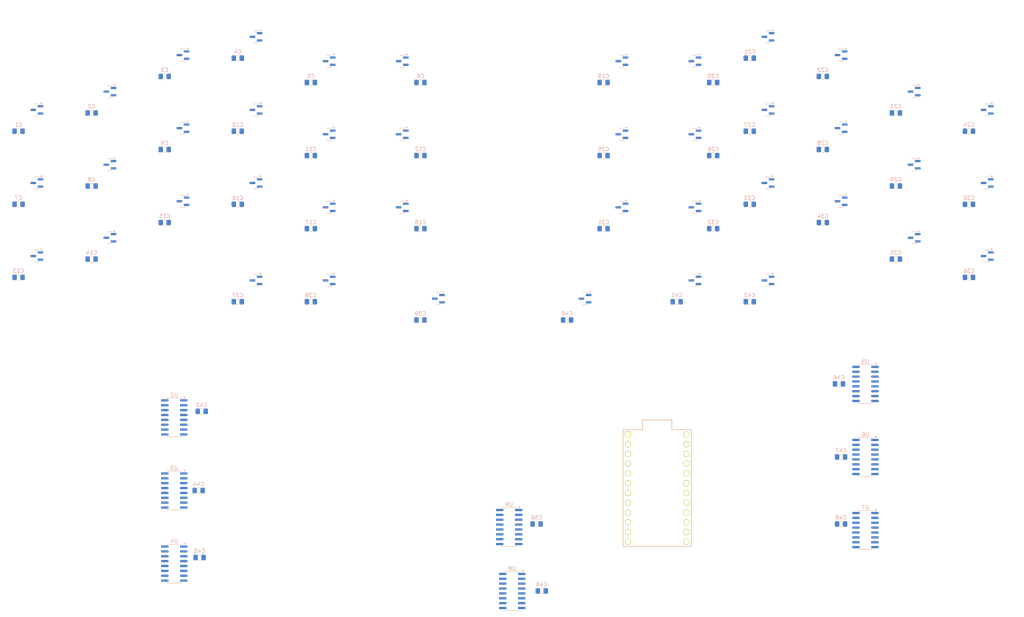
<source format=kicad_pcb>
(kicad_pcb (version 20240108) (generator "pcbnew") (generator_version "8.0")
  (layers (0 "F.Cu" signal) (31 "B.Cu" signal) (34 "B.Paste" user) (35 "F.Paste" user) (36 "B.SilkS" user "B.Silkscreen") (37 "F.SilkS" user "F.Silkscreen") (38 "B.Mask" user) (39 "F.Mask" user) (44 "Edge.Cuts" user))
  (net 0 "")
  (net 1 "+3V3")
  (net 2 "GND")
  (net 3 "Net-(S1-VOUT)")
  (net 4 "Net-(S2-VOUT)")
  (net 5 "Net-(S3-VOUT)")
  (net 6 "Net-(S4-VOUT)")
  (net 7 "Net-(S5-VOUT)")
  (net 8 "Net-(S6-VOUT)")
  (net 9 "Net-(S7-VOUT)")
  (net 10 "Net-(S8-VOUT)")
  (net 11 "Net-(S9-VOUT)")
  (net 12 "Net-(S10-VOUT)")
  (net 13 "Net-(S11-VOUT)")
  (net 14 "Net-(S12-VOUT)")
  (net 15 "Net-(S13-VOUT)")
  (net 16 "Net-(S14-VOUT)")
  (net 17 "Net-(S15-VOUT)")
  (net 18 "Net-(S16-VOUT)")
  (net 19 "Net-(S17-VOUT)")
  (net 20 "Net-(S18-VOUT)")
  (net 21 "Net-(S19-VOUT)")
  (net 22 "Net-(S20-VOUT)")
  (net 23 "Net-(S21-VOUT)")
  (net 24 "Net-(S22-VOUT)")
  (net 25 "Net-(S23-VOUT)")
  (net 26 "Net-(S24-VOUT)")
  (net 27 "Net-(S25-VOUT)")
  (net 28 "Net-(S26-VOUT)")
  (net 29 "Net-(S27-VOUT)")
  (net 30 "Net-(S28-VOUT)")
  (net 31 "Net-(S29-VOUT)")
  (net 32 "Net-(S30-VOUT)")
  (net 33 "Net-(S31-VOUT)")
  (net 34 "Net-(S32-VOUT)")
  (net 35 "Net-(S33-VOUT)")
  (net 36 "Net-(S34-VOUT)")
  (net 37 "Net-(S35-VOUT)")
  (net 38 "Net-(S36-VOUT)")
  (net 39 "Net-(S37-VOUT)")
  (net 40 "Net-(S38-VOUT)")
  (net 41 "Net-(S39-VOUT)")
  (net 42 "Net-(S40-VOUT)")
  (net 43 "Net-(S41-VOUT)")
  (net 44 "Net-(S42-VOUT)")
  (net 45 "VAL0")
  (net 46 "SEL10")
  (net 47 "SEL11")
  (net 48 "SEL12")
  (net 49 "VAL1")
  (net 50 "VAL2")
  (net 51 "VAL3")
  (net 52 "VAL4")
  (net 53 "VAL")
  (net 54 "SEL02")
  (net 55 "SEL00")
  (net 56 "RESET")
  (net 57 "SEL01")
  (net 58 "VAL5")
  (net 59 "VAL6")
  (footprint "project-specific-library:HE-Switch-1U" (layer "F.Cu") (at 271.462499 80.168751)
    (property "Reference" "S36")
    (property "Value" "SLSS49E")
    (pad "" np_thru_hole circle (at -5.08 0 48.099) (size 1.7018 1.7018) (drill 1.7018) (layers "F&B.Cu" "*.Mask"))
    (pad "" np_thru_hole circle (at 5.08 0 48.099) (size 1.7018 1.7018) (drill 1.7018) (layers "F&B.Cu" "*.Mask"))
    (pad "1" smd roundrect (at 0.9375 -0.95) (size 1.475 0.6) (layers "B.Cu" "B.Paste" "B.Mask") (net 1 "+3V3"))
    (pad "2" smd roundrect (at 0.9375 0.950001) (size 1.475 0.6) (layers "B.Cu" "B.Paste" "B.Mask") (net 2 "GND"))
    (pad "3" smd roundrect (at -0.9375 0) (size 1.475 0.6) (layers "B.Cu" "B.Paste" "B.Mask") (net 38 "Net-(S36-VOUT)"))
  )
  (footprint "project-specific-library:HE-Switch-1U" (layer "F.Cu") (at 23.692755 42.06875)
    (property "Reference" "S1")
    (property "Value" "SLSS49E")
    (pad "" np_thru_hole circle (at -5.08 0 48.099) (size 1.7018 1.7018) (drill 1.7018) (layers "F&B.Cu" "*.Mask"))
    (pad "" np_thru_hole circle (at 5.08 0 48.099) (size 1.7018 1.7018) (drill 1.7018) (layers "F&B.Cu" "*.Mask"))
    (pad "1" smd roundrect (at 0.9375 -0.95) (size 1.475 0.6) (layers "B.Cu" "B.Paste" "B.Mask") (net 1 "+3V3"))
    (pad "2" smd roundrect (at 0.9375 0.95) (size 1.475 0.6) (layers "B.Cu" "B.Paste" "B.Mask") (net 2 "GND"))
    (pad "3" smd roundrect (at -0.9375 0) (size 1.475 0.6) (layers "B.Cu" "B.Paste" "B.Mask") (net 3 "Net-(S1-VOUT)"))
  )
  (footprint "project-specific-library:HE-Switch-1U" (layer "F.Cu") (at 271.462499 42.068751)
    (property "Reference" "S24")
    (property "Value" "SLSS49E")
    (pad "" np_thru_hole circle (at -5.08 0 48.099) (size 1.7018 1.7018) (drill 1.7018) (layers "F&B.Cu" "*.Mask"))
    (pad "" np_thru_hole circle (at 5.08 0 48.099) (size 1.7018 1.7018) (drill 1.7018) (layers "F&B.Cu" "*.Mask"))
    (pad "1" smd roundrect (at 0.9375 -0.95) (size 1.475 0.6) (layers "B.Cu" "B.Paste" "B.Mask") (net 1 "+3V3"))
    (pad "2" smd roundrect (at 0.9375 0.950001) (size 1.475 0.6) (layers "B.Cu" "B.Paste" "B.Mask") (net 2 "GND"))
    (pad "3" smd roundrect (at -0.9375 0) (size 1.475 0.6) (layers "B.Cu" "B.Paste" "B.Mask") (net 26 "Net-(S24-VOUT)"))
  )
  (footprint "project-specific-library:HE-Switch-1U" (layer "F.Cu") (at 214.312499 86.518751)
    (property "Reference" "S42")
    (property "Value" "SLSS49E")
    (pad "" np_thru_hole circle (at -5.08 0 48.099) (size 1.7018 1.7018) (drill 1.7018) (layers "F&B.Cu" "*.Mask"))
    (pad "" np_thru_hole circle (at 5.08 0 48.099) (size 1.7018 1.7018) (drill 1.7018) (layers "F&B.Cu" "*.Mask"))
    (pad "1" smd roundrect (at 0.9375 -0.95) (size 1.475 0.6) (layers "B.Cu" "B.Paste" "B.Mask") (net 1 "+3V3"))
    (pad "2" smd roundrect (at 0.9375 0.950001) (size 1.475 0.6) (layers "B.Cu" "B.Paste" "B.Mask") (net 2 "GND"))
    (pad "3" smd roundrect (at -0.9375 0) (size 1.475 0.6) (layers "B.Cu" "B.Paste" "B.Mask") (net 44 "Net-(S42-VOUT)"))
  )
  (footprint "project-specific-library:HE-Switch-1U" (layer "F.Cu") (at 80.842755 61.11875)
    (property "Reference" "S16")
    (property "Value" "SLSS49E")
    (pad "" np_thru_hole circle (at -5.08 0 48.099) (size 1.7018 1.7018) (drill 1.7018) (layers "F&B.Cu" "*.Mask"))
    (pad "" np_thru_hole circle (at 5.08 0 48.099) (size 1.7018 1.7018) (drill 1.7018) (layers "F&B.Cu" "*.Mask"))
    (pad "1" smd roundrect (at 0.9375 -0.95) (size 1.475 0.6) (layers "B.Cu" "B.Paste" "B.Mask") (net 1 "+3V3"))
    (pad "2" smd roundrect (at 0.9375 0.95) (size 1.475 0.6) (layers "B.Cu" "B.Paste" "B.Mask") (net 2 "GND"))
    (pad "3" smd roundrect (at -0.9375 0) (size 1.475 0.6) (layers "B.Cu" "B.Paste" "B.Mask") (net 18 "Net-(S16-VOUT)"))
  )
  (footprint "project-specific-library:HE-Switch-1U" (layer "F.Cu") (at 252.4125 37.306251)
    (property "Reference" "S23")
    (property "Value" "SLSS49E")
    (pad "" np_thru_hole circle (at -5.08 0 48.099) (size 1.7018 1.7018) (drill 1.7018) (layers "F&B.Cu" "*.Mask"))
    (pad "" np_thru_hole circle (at 5.08 0 48.099) (size 1.7018 1.7018) (drill 1.7018) (layers "F&B.Cu" "*.Mask"))
    (pad "1" smd roundrect (at 0.9375 -0.95) (size 1.475 0.6) (layers "B.Cu" "B.Paste" "B.Mask") (net 1 "+3V3"))
    (pad "2" smd roundrect (at 0.9375 0.950001) (size 1.475 0.6) (layers "B.Cu" "B.Paste" "B.Mask") (net 2 "GND"))
    (pad "3" smd roundrect (at -0.9375 0) (size 1.475 0.6) (layers "B.Cu" "B.Paste" "B.Mask") (net 25 "Net-(S23-VOUT)"))
  )
  (footprint "promicro:ProMicro" (layer "F.Cu") (at 185.42 140.6525 -90)
    (property "Reference" "U1" (hide yes))
    (property "Value" "ProMicro")
    (pad "1" thru_hole rect (at -13.97 7.62 270) (size 1.6 1.6) (drill 1.1) (layers "*.Cu" "*.Mask" "F.SilkS"))
    (pad "2" thru_hole circle (at -11.43 7.62 270) (size 1.6 1.6) (drill 1.1) (layers "*.Cu" "*.Mask" "F.SilkS"))
    (pad "3" thru_hole circle (at -8.89 7.62 270) (size 1.6 1.6) (drill 1.1) (layers "*.Cu" "*.Mask" "F.SilkS"))
    (pad "4" thru_hole circle (at -6.35 7.62 270) (size 1.6 1.6) (drill 1.1) (layers "*.Cu" "*.Mask" "F.SilkS"))
    (pad "5" thru_hole circle (at -3.81 7.62 270) (size 1.6 1.6) (drill 1.1) (layers "*.Cu" "*.Mask" "F.SilkS"))
    (pad "6" thru_hole circle (at -1.27 7.62 270) (size 1.6 1.6) (drill 1.1) (layers "*.Cu" "*.Mask" "F.SilkS"))
    (pad "7" thru_hole circle (at 1.27 7.62 270) (size 1.6 1.6) (drill 1.1) (layers "*.Cu" "*.Mask" "F.SilkS") (net 55 "SEL00"))
    (pad "8" thru_hole circle (at 3.81 7.62 270) (size 1.6 1.6) (drill 1.1) (layers "*.Cu" "*.Mask" "F.SilkS") (net 57 "SEL01"))
    (pad "9" thru_hole circle (at 6.35 7.62 270) (size 1.6 1.6) (drill 1.1) (layers "*.Cu" "*.Mask" "F.SilkS") (net 54 "SEL02"))
    (pad "10" thru_hole circle (at 8.89 7.62 270) (size 1.6 1.6) (drill 1.1) (layers "*.Cu" "*.Mask" "F.SilkS") (net 46 "SEL10"))
    (pad "11" thru_hole circle (at 11.43 7.62 270) (size 1.6 1.6) (drill 1.1) (layers "*.Cu" "*.Mask" "F.SilkS") (net 47 "SEL11"))
    (pad "12" thru_hole circle (at 13.97 7.62 270) (size 1.6 1.6) (drill 1.1) (layers "*.Cu" "*.Mask" "F.SilkS") (net 48 "SEL12"))
    (pad "13" thru_hole circle (at 13.97 -7.62 270) (size 1.6 1.6) (drill 1.1) (layers "*.Cu" "*.Mask" "F.SilkS"))
    (pad "14" thru_hole circle (at 11.43 -7.62 270) (size 1.6 1.6) (drill 1.1) (layers "*.Cu" "*.Mask" "F.SilkS"))
    (pad "15" thru_hole circle (at 8.89 -7.62 270) (size 1.6 1.6) (drill 1.1) (layers "*.Cu" "*.Mask" "F.SilkS"))
    (pad "16" thru_hole circle (at 6.35 -7.62 270) (size 1.6 1.6) (drill 1.1) (layers "*.Cu" "*.Mask" "F.SilkS"))
    (pad "17" thru_hole circle (at 3.81 -7.62 270) (size 1.6 1.6) (drill 1.1) (layers "*.Cu" "*.Mask" "F.SilkS") (net 53 "VAL"))
    (pad "18" thru_hole circle (at 1.27 -7.62 270) (size 1.6 1.6) (drill 1.1) (layers "*.Cu" "*.Mask" "F.SilkS"))
    (pad "19" thru_hole circle (at -1.27 -7.62 270) (size 1.6 1.6) (drill 1.1) (layers "*.Cu" "*.Mask" "F.SilkS"))
    (pad "20" thru_hole circle (at -3.81 -7.62 270) (size 1.6 1.6) (drill 1.1) (layers "*.Cu" "*.Mask" "F.SilkS"))
    (pad "21" thru_hole circle (at -6.35 -7.62 270) (size 1.6 1.6) (drill 1.1) (layers "*.Cu" "*.Mask" "F.SilkS") (net 1 "+3V3"))
    (pad "22" thru_hole circle (at -8.89 -7.62 270) (size 1.6 1.6) (drill 1.1) (layers "*.Cu" "*.Mask" "F.SilkS") (net 56 "RESET"))
    (pad "23" thru_hole circle (at -11.43 -7.62 270) (size 1.6 1.6) (drill 1.1) (layers "*.Cu" "*.Mask" "F.SilkS") (net 2 "GND"))
    (pad "24" thru_hole circle (at -13.97 -7.62 270) (size 1.6 1.6) (drill 1.1) (layers "*.Cu" "*.Mask" "F.SilkS"))
  )
  (footprint "project-specific-library:HE-Switch-1U" (layer "F.Cu") (at 252.412499 56.356251)
    (property "Reference" "S29")
    (property "Value" "SLSS49E")
    (pad "" np_thru_hole circle (at -5.08 0 48.099) (size 1.7018 1.7018) (drill 1.7018) (layers "F&B.Cu" "*.Mask"))
    (pad "" np_thru_hole circle (at 5.08 0 48.099) (size 1.7018 1.7018) (drill 1.7018) (layers "F&B.Cu" "*.Mask"))
    (pad "1" smd roundrect (at 0.9375 -0.95) (size 1.475 0.6) (layers "B.Cu" "B.Paste" "B.Mask") (net 1 "+3V3"))
    (pad "2" smd roundrect (at 0.9375 0.950001) (size 1.475 0.6) (layers "B.Cu" "B.Paste" "B.Mask") (net 2 "GND"))
    (pad "3" smd roundrect (at -0.9375 0) (size 1.475 0.6) (layers "B.Cu" "B.Paste" "B.Mask") (net 31 "Net-(S29-VOUT)"))
  )
  (footprint "project-specific-library:HE-Switch-1U" (layer "F.Cu") (at 118.942755 29.36875)
    (property "Reference" "S6")
    (property "Value" "SLSS49E")
    (pad "" np_thru_hole circle (at -5.08 0 48.099) (size 1.7018 1.7018) (drill 1.7018) (layers "F&B.Cu" "*.Mask"))
    (pad "" np_thru_hole circle (at 5.08 0 48.099) (size 1.7018 1.7018) (drill 1.7018) (layers "F&B.Cu" "*.Mask"))
    (pad "1" smd roundrect (at 0.9375 -0.95) (size 1.475 0.6) (layers "B.Cu" "B.Paste" "B.Mask") (net 1 "+3V3"))
    (pad "2" smd roundrect (at 0.9375 0.95) (size 1.475 0.6) (layers "B.Cu" "B.Paste" "B.Mask") (net 2 "GND"))
    (pad "3" smd roundrect (at -0.9375 0) (size 1.475 0.6) (layers "B.Cu" "B.Paste" "B.Mask") (net 8 "Net-(S6-VOUT)"))
  )
  (footprint "project-specific-library:HE-Switch-1U" (layer "F.Cu") (at 176.212499 48.418751)
    (property "Reference" "S25")
    (property "Value" "SLSS49E")
    (pad "" np_thru_hole circle (at -5.08 0 48.099) (size 1.7018 1.7018) (drill 1.7018) (layers "F&B.Cu" "*.Mask"))
    (pad "" np_thru_hole circle (at 5.08 0 48.099) (size 1.7018 1.7018) (drill 1.7018) (layers "F&B.Cu" "*.Mask"))
    (pad "1" smd roundrect (at 0.9375 -0.95) (size 1.475 0.6) (layers "B.Cu" "B.Paste" "B.Mask") (net 1 "+3V3"))
    (pad "2" smd roundrect (at 0.9375 0.950001) (size 1.475 0.6) (layers "B.Cu" "B.Paste" "B.Mask") (net 2 "GND"))
    (pad "3" smd roundrect (at -0.9375 0) (size 1.475 0.6) (layers "B.Cu" "B.Paste" "B.Mask") (net 27 "Net-(S25-VOUT)"))
  )
  (footprint "project-specific-library:HE-Switch-1U" (layer "F.Cu") (at 42.742755 75.40625)
    (property "Reference" "S14")
    (property "Value" "SLSS49E")
    (pad "" np_thru_hole circle (at -5.08 0 48.099) (size 1.7018 1.7018) (drill 1.7018) (layers "F&B.Cu" "*.Mask"))
    (pad "" np_thru_hole circle (at 5.08 0 48.099) (size 1.7018 1.7018) (drill 1.7018) (layers "F&B.Cu" "*.Mask"))
    (pad "1" smd roundrect (at 0.9375 -0.95) (size 1.475 0.6) (layers "B.Cu" "B.Paste" "B.Mask") (net 1 "+3V3"))
    (pad "2" smd roundrect (at 0.9375 0.95) (size 1.475 0.6) (layers "B.Cu" "B.Paste" "B.Mask") (net 2 "GND"))
    (pad "3" smd roundrect (at -0.9375 0) (size 1.475 0.6) (layers "B.Cu" "B.Paste" "B.Mask") (net 16 "Net-(S14-VOUT)"))
  )
  (footprint "project-specific-library:HE-Switch-1U" (layer "F.Cu") (at 195.262499 48.418751)
    (property "Reference" "S26")
    (property "Value" "SLSS49E")
    (pad "" np_thru_hole circle (at -5.08 0 48.099) (size 1.7018 1.7018) (drill 1.7018) (layers "F&B.Cu" "*.Mask"))
    (pad "" np_thru_hole circle (at 5.08 0 48.099) (size 1.7018 1.7018) (drill 1.7018) (layers "F&B.Cu" "*.Mask"))
    (pad "1" smd roundrect (at 0.9375 -0.95) (size 1.475 0.6) (layers "B.Cu" "B.Paste" "B.Mask") (net 1 "+3V3"))
    (pad "2" smd roundrect (at 0.9375 0.950001) (size 1.475 0.6) (layers "B.Cu" "B.Paste" "B.Mask") (net 2 "GND"))
    (pad "3" smd roundrect (at -0.9375 0) (size 1.475 0.6) (layers "B.Cu" "B.Paste" "B.Mask") (net 28 "Net-(S26-VOUT)"))
  )
  (footprint "project-specific-library:HE-Switch-1U" (layer "F.Cu") (at 195.262499 67.46875)
    (property "Reference" "S32")
    (property "Value" "SLSS49E")
    (pad "" np_thru_hole circle (at -5.08 0 48.099) (size 1.7018 1.7018) (drill 1.7018) (layers "F&B.Cu" "*.Mask"))
    (pad "" np_thru_hole circle (at 5.08 0 48.099) (size 1.7018 1.7018) (drill 1.7018) (layers "F&B.Cu" "*.Mask"))
    (pad "1" smd roundrect (at 0.9375 -0.95) (size 1.475 0.6) (layers "B.Cu" "B.Paste" "B.Mask") (net 1 "+3V3"))
    (pad "2" smd roundrect (at 0.9375 0.950001) (size 1.475 0.6) (layers "B.Cu" "B.Paste" "B.Mask") (net 2 "GND"))
    (pad "3" smd roundrect (at -0.9375 0) (size 1.475 0.6) (layers "B.Cu" "B.Paste" "B.Mask") (net 34 "Net-(S32-VOUT)"))
  )
  (footprint "project-specific-library:HE-Switch-1U" (layer "F.Cu") (at 99.892755 86.51875)
    (property "Reference" "S38")
    (property "Value" "SLSS49E")
    (pad "" np_thru_hole circle (at -5.08 0 48.099) (size 1.7018 1.7018) (drill 1.7018) (layers "F&B.Cu" "*.Mask"))
    (pad "" np_thru_hole circle (at 5.08 0 48.099) (size 1.7018 1.7018) (drill 1.7018) (layers "F&B.Cu" "*.Mask"))
    (pad "1" smd roundrect (at 0.9375 -0.95) (size 1.475 0.6) (layers "B.Cu" "B.Paste" "B.Mask") (net 1 "+3V3"))
    (pad "2" smd roundrect (at 0.9375 0.95) (size 1.475 0.6) (layers "B.Cu" "B.Paste" "B.Mask") (net 2 "GND"))
    (pad "3" smd roundrect (at -0.9375 0) (size 1.475 0.6) (layers "B.Cu" "B.Paste" "B.Mask") (net 40 "Net-(S38-VOUT)"))
  )
  (footprint "project-specific-library:HE-Switch-1U" (layer "F.Cu") (at 214.3125 23.018751)
    (property "Reference" "S21")
    (property "Value" "SLSS49E")
    (pad "" np_thru_hole circle (at -5.08 0 48.099) (size 1.7018 1.7018) (drill 1.7018) (layers "F&B.Cu" "*.Mask"))
    (pad "" np_thru_hole circle (at 5.08 0 48.099) (size 1.7018 1.7018) (drill 1.7018) (layers "F&B.Cu" "*.Mask"))
    (pad "1" smd roundrect (at 0.9375 -0.95) (size 1.475 0.6) (layers "B.Cu" "B.Paste" "B.Mask") (net 1 "+3V3"))
    (pad "2" smd roundrect (at 0.9375 0.950001) (size 1.475 0.6) (layers "B.Cu" "B.Paste" "B.Mask") (net 2 "GND"))
    (pad "3" smd roundrect (at -0.9375 0) (size 1.475 0.6) (layers "B.Cu" "B.Paste" "B.Mask") (net 23 "Net-(S21-VOUT)"))
  )
  (footprint "project-specific-library:HE-Switch-1U" (layer "F.Cu") (at 23.692755 80.16875)
    (property "Reference" "S13")
    (property "Value" "SLSS49E")
    (pad "" np_thru_hole circle (at -5.08 0 48.099) (size 1.7018 1.7018) (drill 1.7018) (layers "F&B.Cu" "*.Mask"))
    (pad "" np_thru_hole circle (at 5.08 0 48.099) (size 1.7018 1.7018) (drill 1.7018) (layers "F&B.Cu" "*.Mask"))
    (pad "1" smd roundrect (at 0.9375 -0.95) (size 1.475 0.6) (layers "B.Cu" "B.Paste" "B.Mask") (net 1 "+3V3"))
    (pad "2" smd roundrect (at 0.9375 0.95) (size 1.475 0.6) (layers "B.Cu" "B.Paste" "B.Mask") (net 2 "GND"))
    (pad "3" smd roundrect (at -0.9375 0) (size 1.475 0.6) (layers "B.Cu" "B.Paste" "B.Mask") (net 15 "Net-(S13-VOUT)"))
  )
  (footprint "project-specific-library:HE-Switch-1U" (layer "F.Cu") (at 61.792755 46.83125)
    (property "Reference" "S9")
    (property "Value" "SLSS49E")
    (pad "" np_thru_hole circle (at -5.08 0 48.099) (size 1.7018 1.7018) (drill 1.7018) (layers "F&B.Cu" "*.Mask"))
    (pad "" np_thru_hole circle (at 5.08 0 48.099) (size 1.7018 1.7018) (drill 1.7018) (layers "F&B.Cu" "*.Mask"))
    (pad "1" smd roundrect (at 0.9375 -0.95) (size 1.475 0.6) (layers "B.Cu" "B.Paste" "B.Mask") (net 1 "+3V3"))
    (pad "2" smd roundrect (at 0.9375 0.95) (size 1.475 0.6) (layers "B.Cu" "B.Paste" "B.Mask") (net 2 "GND"))
    (pad "3" smd roundrect (at -0.9375 0) (size 1.475 0.6) (layers "B.Cu" "B.Paste" "B.Mask") (net 11 "Net-(S9-VOUT)"))
  )
  (footprint "project-specific-library:HE-Switch-1U" (layer "F.Cu") (at 99.892755 29.36875)
    (property "Reference" "S5")
    (property "Value" "SLSS49E")
    (pad "" np_thru_hole circle (at -5.08 0 48.099) (size 1.7018 1.7018) (drill 1.7018) (layers "F&B.Cu" "*.Mask"))
    (pad "" np_thru_hole circle (at 5.08 0 48.099) (size 1.7018 1.7018) (drill 1.7018) (layers "F&B.Cu" "*.Mask"))
    (pad "1" smd roundrect (at 0.9375 -0.95) (size 1.475 0.6) (layers "B.Cu" "B.Paste" "B.Mask") (net 1 "+3V3"))
    (pad "2" smd roundrect (at 0.9375 0.95) (size 1.475 0.6) (layers "B.Cu" "B.Paste" "B.Mask") (net 2 "GND"))
    (pad "3" smd roundrect (at -0.9375 0) (size 1.475 0.6) (layers "B.Cu" "B.Paste" "B.Mask") (net 7 "Net-(S5-VOUT)"))
  )
  (footprint "project-specific-library:HE-Switch-1U" (layer "F.Cu") (at 99.892755 48.41875)
    (property "Reference" "S11")
    (property "Value" "SLSS49E")
    (pad "" np_thru_hole circle (at -5.08 0 48.099) (size 1.7018 1.7018) (drill 1.7018) (layers "F&B.Cu" "*.Mask"))
    (pad "" np_thru_hole circle (at 5.08 0 48.099) (size 1.7018 1.7018) (drill 1.7018) (layers "F&B.Cu" "*.Mask"))
    (pad "1" smd roundrect (at 0.9375 -0.95) (size 1.475 0.6) (layers "B.Cu" "B.Paste" "B.Mask") (net 1 "+3V3"))
    (pad "2" smd roundrect (at 0.9375 0.95) (size 1.475 0.6) (layers "B.Cu" "B.Paste" "B.Mask") (net 2 "GND"))
    (pad "3" smd roundrect (at -0.9375 0) (size 1.475 0.6) (layers "B.Cu" "B.Paste" "B.Mask") (net 13 "Net-(S11-VOUT)"))
  )
  (footprint "project-specific-library:HE-Switch-2U" (layer "F.Cu") (at 166.6875 91.28125)
    (property "Reference" "S40")
    (property "Value" "SLSS49E")
    (pad "" np_thru_hole circle (at -11.938 -6.985) (size 3.048 3.048) (drill 3.048) (layers "*.Cu" "*.Mask"))
    (pad "" np_thru_hole circle (at -11.938 8.255) (size 3.9878 3.9878) (drill 3.9878) (layers "*.Cu" "*.Mask"))
    (pad "" np_thru_hole circle (at -5.08 0 48.099) (size 1.7018 1.7018) (drill 1.7018) (layers "F&B.Cu" "*.Mask"))
    (pad "" np_thru_hole circle (at 5.08 0 48.099) (size 1.7018 1.7018) (drill 1.7018) (layers "F&B.Cu" "*.Mask"))
    (pad "" np_thru_hole circle (at 11.938 -6.985) (size 3.048 3.048) (drill 3.048) (layers "*.Cu" "*.Mask"))
    (pad "" np_thru_hole circle (at 11.938 8.255) (size 3.9878 3.9878) (drill 3.9878) (layers "*.Cu" "*.Mask"))
    (pad "1" smd roundrect (at 0.8575 -0.95) (size 1.475 0.6) (layers "B.Cu" "B.Paste" "B.Mask") (net 1 "+3V3"))
    (pad "2" smd roundrect (at 0.8575 0.95) (size 1.475 0.6) (layers "B.Cu" "B.Paste" "B.Mask") (net 2 "GND"))
    (pad "3" smd roundrect (at -1.0175 0) (size 1.475 0.6) (layers "B.Cu" "B.Paste" "B.Mask") (net 42 "Net-(S40-VOUT)"))
  )
  (footprint "project-specific-library:HE-Switch-2U" (layer "F.Cu") (at 128.467755 91.28125)
    (property "Reference" "S39")
    (property "Value" "SLSS49E")
    (pad "" np_thru_hole circle (at -11.938 -6.985) (size 3.048 3.048) (drill 3.048) (layers "*.Cu" "*.Mask"))
    (pad "" np_thru_hole circle (at -11.938 8.255) (size 3.9878 3.9878) (drill 3.9878) (layers "*.Cu" "*.Mask"))
    (pad "" np_thru_hole circle (at -5.08 0 48.099) (size 1.7018 1.7018) (drill 1.7018) (layers "F&B.Cu" "*.Mask"))
    (pad "" np_thru_hole circle (at 5.08 0 48.099) (size 1.7018 1.7018) (drill 1.7018) (layers "F&B.Cu" "*.Mask"))
    (pad "" np_thru_hole circle (at 11.938 -6.985) (size 3.048 3.048) (drill 3.048) (layers "*.Cu" "*.Mask"))
    (pad "" np_thru_hole circle (at 11.938 8.255) (size 3.9878 3.9878) (drill 3.9878) (layers "*.Cu" "*.Mask"))
    (pad "1" smd roundrect (at 0.8575 -0.95) (size 1.475 0.6) (layers "B.Cu" "B.Paste" "B.Mask") (net 1 "+3V3"))
    (pad "2" smd roundrect (at 0.8575 0.95) (size 1.475 0.6) (layers "B.Cu" "B.Paste" "B.Mask") (net 2 "GND"))
    (pad "3" smd roundrect (at -1.0175 0) (size 1.475 0.6) (layers "B.Cu" "B.Paste" "B.Mask") (net 41 "Net-(S39-VOUT)"))
  )
  (footprint "project-specific-library:HE-Switch-1U" (layer "F.Cu") (at 80.842755 23.01875)
    (property "Reference" "S4")
    (property "Value" "SLSS49E")
    (pad "" np_thru_hole circle (at -5.08 0 48.099) (size 1.7018 1.7018) (drill 1.7018) (layers "F&B.Cu" "*.Mask"))
    (pad "" np_thru_hole circle (at 5.08 0 48.099) (size 1.7018 1.7018) (drill 1.7018) (layers "F&B.Cu" "*.Mask"))
    (pad "1" smd roundrect (at 0.9375 -0.95) (size 1.475 0.6) (layers "B.Cu" "B.Paste" "B.Mask") (net 1 "+3V3"))
    (pad "2" smd roundrect (at 0.9375 0.95) (size 1.475 0.6) (layers "B.Cu" "B.Paste" "B.Mask") (net 2 "GND"))
    (pad "3" smd roundrect (at -0.9375 0) (size 1.475 0.6) (layers "B.Cu" "B.Paste" "B.Mask") (net 6 "Net-(S4-VOUT)"))
  )
  (footprint "project-specific-library:HE-Switch-1U" (layer "F.Cu") (at 176.212499 29.36875)
    (property "Reference" "S19")
    (property "Value" "SLSS49E")
    (pad "" np_thru_hole circle (at -5.08 0 48.099) (size 1.7018 1.7018) (drill 1.7018) (layers "F&B.Cu" "*.Mask"))
    (pad "" np_thru_hole circle (at 5.08 0 48.099) (size 1.7018 1.7018) (drill 1.7018) (layers "F&B.Cu" "*.Mask"))
    (pad "1" smd roundrect (at 0.9375 -0.95) (size 1.475 0.6) (layers "B.Cu" "B.Paste" "B.Mask") (net 1 "+3V3"))
    (pad "2" smd roundrect (at 0.9375 0.950001) (size 1.475 0.6) (layers "B.Cu" "B.Paste" "B.Mask") (net 2 "GND"))
    (pad "3" smd roundrect (at -0.9375 0) (size 1.475 0.6) (layers "B.Cu" "B.Paste" "B.Mask") (net 21 "Net-(S19-VOUT)"))
  )
  (footprint "project-specific-library:HE-Switch-1U" (layer "F.Cu") (at 61.792755 65.88125)
    (property "Reference" "S15")
    (property "Value" "SLSS49E")
    (pad "" np_thru_hole circle (at -5.08 0 48.099) (size 1.7018 1.7018) (drill 1.7018) (layers "F&B.Cu" "*.Mask"))
    (pad "" np_thru_hole circle (at 5.08 0 48.099) (size 1.7018 1.7018) (drill 1.7018) (layers "F&B.Cu" "*.Mask"))
    (pad "1" smd roundrect (at 0.9375 -0.95) (size 1.475 0.6) (layers "B.Cu" "B.Paste" "B.Mask") (net 1 "+3V3"))
    (pad "2" smd roundrect (at 0.9375 0.95) (size 1.475 0.6) (layers "B.Cu" "B.Paste" "B.Mask") (net 2 "GND"))
    (pad "3" smd roundrect (at -0.9375 0) (size 1.475 0.6) (layers "B.Cu" "B.Paste" "B.Mask") (net 17 "Net-(S15-VOUT)"))
  )
  (footprint "project-specific-library:HE-Switch-1U" (layer "F.Cu") (at 99.892755 67.46875)
    (property "Reference" "S17")
    (property "Value" "SLSS49E")
    (pad "" np_thru_hole circle (at -5.08 0 48.099) (size 1.7018 1.7018) (drill 1.7018) (layers "F&B.Cu" "*.Mask"))
    (pad "" np_thru_hole circle (at 5.08 0 48.099) (size 1.7018 1.7018) (drill 1.7018) (layers "F&B.Cu" "*.Mask"))
    (pad "1" smd roundrect (at 0.9375 -0.95) (size 1.475 0.6) (layers "B.Cu" "B.Paste" "B.Mask") (net 1 "+3V3"))
    (pad "2" smd roundrect (at 0.9375 0.95) (size 1.475 0.6) (layers "B.Cu" "B.Paste" "B.Mask") (net 2 "GND"))
    (pad "3" smd roundrect (at -0.9375 0) (size 1.475 0.6) (layers "B.Cu" "B.Paste" "B.Mask") (net 19 "Net-(S17-VOUT)"))
  )
  (footprint "project-specific-library:HE-Switch-1U" (layer "F.Cu") (at 233.362499 46.831251)
    (property "Reference" "S28")
    (property "Value" "SLSS49E")
    (pad "" np_thru_hole circle (at -5.08 0 48.099) (size 1.7018 1.7018) (drill 1.7018) (layers "F&B.Cu" "*.Mask"))
    (pad "" np_thru_hole circle (at 5.08 0 48.099) (size 1.7018 1.7018) (drill 1.7018) (layers "F&B.Cu" "*.Mask"))
    (pad "1" smd roundrect (at 0.9375 -0.95) (size 1.475 0.6) (layers "B.Cu" "B.Paste" "B.Mask") (net 1 "+3V3"))
    (pad "2" smd roundrect (at 0.9375 0.950001) (size 1.475 0.6) (layers "B.Cu" "B.Paste" "B.Mask") (net 2 "GND"))
    (pad "3" smd roundrect (at -0.9375 0) (size 1.475 0.6) (layers "B.Cu" "B.Paste" "B.Mask") (net 30 "Net-(S28-VOUT)"))
  )
  (footprint "project-specific-library:HE-Switch-1U" (layer "F.Cu") (at 118.942755 67.46875)
    (property "Reference" "S18")
    (property "Value" "SLSS49E")
    (pad "" np_thru_hole circle (at -5.08 0 48.099) (size 1.7018 1.7018) (drill 1.7018) (layers "F&B.Cu" "*.Mask"))
    (pad "" np_thru_hole circle (at 5.08 0 48.099) (size 1.7018 1.7018) (drill 1.7018) (layers "F&B.Cu" "*.Mask"))
    (pad "1" smd roundrect (at 0.9375 -0.95) (size 1.475 0.6) (layers "B.Cu" "B.Paste" "B.Mask") (net 1 "+3V3"))
    (pad "2" smd roundrect (at 0.9375 0.95) (size 1.475 0.6) (layers "B.Cu" "B.Paste" "B.Mask") (net 2 "GND"))
    (pad "3" smd roundrect (at -0.9375 0) (size 1.475 0.6) (layers "B.Cu" "B.Paste" "B.Mask") (net 20 "Net-(S18-VOUT)"))
  )
  (footprint "project-specific-library:HE-Switch-1U" (layer "F.Cu") (at 80.842755 86.51875)
    (property "Reference" "S37")
    (property "Value" "SLSS49E")
    (pad "" np_thru_hole circle (at -5.08 0 48.099) (size 1.7018 1.7018) (drill 1.7018) (layers "F&B.Cu" "*.Mask"))
    (pad "" np_thru_hole circle (at 5.08 0 48.099) (size 1.7018 1.7018) (drill 1.7018) (layers "F&B.Cu" "*.Mask"))
    (pad "1" smd roundrect (at 0.9375 -0.95) (size 1.475 0.6) (layers "B.Cu" "B.Paste" "B.Mask") (net 1 "+3V3"))
    (pad "2" smd roundrect (at 0.9375 0.95) (size 1.475 0.6) (layers "B.Cu" "B.Paste" "B.Mask") (net 2 "GND"))
    (pad "3" smd roundrect (at -0.9375 0) (size 1.475 0.6) (layers "B.Cu" "B.Paste" "B.Mask") (net 39 "Net-(S37-VOUT)"))
  )
  (footprint "project-specific-library:HE-Switch-1U" (layer "F.Cu") (at 233.362499 27.78125)
    (property "Reference" "S22")
    (property "Value" "SLSS49E")
    (pad "" np_thru_hole circle (at -5.08 0 48.099) (size 1.7018 1.7018) (drill 1.7018) (layers "F&B.Cu" "*.Mask"))
    (pad "" np_thru_hole circle (at 5.08 0 48.099) (size 1.7018 1.7018) (drill 1.7018) (layers "F&B.Cu" "*.Mask"))
    (pad "1" smd roundrect (at 0.9375 -0.95) (size 1.475 0.6) (layers "B.Cu" "B.Paste" "B.Mask") (net 1 "+3V3"))
    (pad "2" smd roundrect (at 0.9375 0.950001) (size 1.475 0.6) (layers "B.Cu" "B.Paste" "B.Mask") (net 2 "GND"))
    (pad "3" smd roundrect (at -0.9375 0) (size 1.475 0.6) (layers "B.Cu" "B.Paste" "B.Mask") (net 24 "Net-(S22-VOUT)"))
  )
  (footprint "project-specific-library:HE-Switch-1U" (layer "F.Cu") (at 195.262499 29.368751)
    (property "Reference" "S20")
    (property "Value" "SLSS49E")
    (pad "" np_thru_hole circle (at -5.08 0 48.099) (size 1.7018 1.7018) (drill 1.7018) (layers "F&B.Cu" "*.Mask"))
    (pad "" np_thru_hole circle (at 5.08 0 48.099) (size 1.7018 1.7018) (drill 1.7018) (layers "F&B.Cu" "*.Mask"))
    (pad "1" smd roundrect (at 0.9375 -0.95) (size 1.475 0.6) (layers "B.Cu" "B.Paste" "B.Mask") (net 1 "+3V3"))
    (pad "2" smd roundrect (at 0.9375 0.950001) (size 1.475 0.6) (layers "B.Cu" "B.Paste" "B.Mask") (net 2 "GND"))
    (pad "3" smd roundrect (at -0.9375 0) (size 1.475 0.6) (layers "B.Cu" "B.Paste" "B.Mask") (net 22 "Net-(S20-VOUT)"))
  )
  (footprint "project-specific-library:HE-Switch-1U" (layer "F.Cu") (at 118.942755 48.41875)
    (property "Reference" "S12")
    (property "Value" "SLSS49E")
    (pad "" np_thru_hole circle (at -5.08 0 48.099) (size 1.7018 1.7018) (drill 1.7018) (layers "F&B.Cu" "*.Mask"))
    (pad "" np_thru_hole circle (at 5.08 0 48.099) (size 1.7018 1.7018) (drill 1.7018) (layers "F&B.Cu" "*.Mask"))
    (pad "1" smd roundrect (at 0.9375 -0.95) (size 1.475 0.6) (layers "B.Cu" "B.Paste" "B.Mask") (net 1 "+3V3"))
    (pad "2" smd roundrect (at 0.9375 0.95) (size 1.475 0.6) (layers "B.Cu" "B.Paste" "B.Mask") (net 2 "GND"))
    (pad "3" smd roundrect (at -0.9375 0) (size 1.475 0.6) (layers "B.Cu" "B.Paste" "B.Mask") (net 14 "Net-(S12-VOUT)"))
  )
  (footprint "project-specific-library:HE-Switch-1U" (layer "F.Cu") (at 233.362499 65.881251)
    (property "Reference" "S34")
    (property "Value" "SLSS49E")
    (pad "" np_thru_hole circle (at -5.08 0 48.099) (size 1.7018 1.7018) (drill 1.7018) (layers "F&B.Cu" "*.Mask"))
    (pad "" np_thru_hole circle (at 5.08 0 48.099) (size 1.7018 1.7018) (drill 1.7018) (layers "F&B.Cu" "*.Mask"))
    (pad "1" smd roundrect (at 0.9375 -0.95) (size 1.475 0.6) (layers "B.Cu" "B.Paste" "B.Mask") (net 1 "+3V3"))
    (pad "2" smd roundrect (at 0.9375 0.950001) (size 1.475 0.6) (layers "B.Cu" "B.Paste" "B.Mask") (net 2 "GND"))
    (pad "3" smd roundrect (at -0.9375 0) (size 1.475 0.6) (layers "B.Cu" "B.Paste" "B.Mask") (net 36 "Net-(S34-VOUT)"))
  )
  (footprint "project-specific-library:HE-Switch-1U" (layer "F.Cu") (at 271.462499 61.11875)
    (property "Reference" "S30")
    (property "Value" "SLSS49E")
    (pad "" np_thru_hole circle (at -5.08 0 48.099) (size 1.7018 1.7018) (drill 1.7018) (layers "F&B.Cu" "*.Mask"))
    (pad "" np_thru_hole circle (at 5.08 0 48.099) (size 1.7018 1.7018) (drill 1.7018) (layers "F&B.Cu" "*.Mask"))
    (pad "1" smd roundrect (at 0.9375 -0.95) (size 1.475 0.6) (layers "B.Cu" "B.Paste" "B.Mask") (net 1 "+3V3"))
    (pad "2" smd roundrect (at 0.9375 0.950001) (size 1.475 0.6) (layers "B.Cu" "B.Paste" "B.Mask") (net 2 "GND"))
    (pad "3" smd roundrect (at -0.9375 0) (size 1.475 0.6) (layers "B.Cu" "B.Paste" "B.Mask") (net 32 "Net-(S30-VOUT)"))
  )
  (footprint "project-specific-library:HE-Switch-1U" (layer "F.Cu") (at 176.212499 67.46875)
    (property "Reference" "S31")
    (property "Value" "SLSS49E")
    (pad "" np_thru_hole circle (at -5.08 0 48.099) (size 1.7018 1.7018) (drill 1.7018) (layers "F&B.Cu" "*.Mask"))
    (pad "" np_thru_hole circle (at 5.08 0 48.099) (size 1.7018 1.7018) (drill 1.7018) (layers "F&B.Cu" "*.Mask"))
    (pad "1" smd roundrect (at 0.9375 -0.95) (size 1.475 0.6) (layers "B.Cu" "B.Paste" "B.Mask") (net 1 "+3V3"))
    (pad "2" smd roundrect (at 0.9375 0.950001) (size 1.475 0.6) (layers "B.Cu" "B.Paste" "B.Mask") (net 2 "GND"))
    (pad "3" smd roundrect (at -0.9375 0) (size 1.475 0.6) (layers "B.Cu" "B.Paste" "B.Mask") (net 33 "Net-(S31-VOUT)"))
  )
  (footprint "project-specific-library:HE-Switch-1U" (layer "F.Cu") (at 195.2625 86.51875)
    (property "Reference" "S41")
    (property "Value" "SLSS49E")
    (pad "" np_thru_hole circle (at -5.08 0 48.099) (size 1.7018 1.7018) (drill 1.7018) (layers "F&B.Cu" "*.Mask"))
    (pad "" np_thru_hole circle (at 5.08 0 48.099) (size 1.7018 1.7018) (drill 1.7018) (layers "F&B.Cu" "*.Mask"))
    (pad "1" smd roundrect (at 0.9375 -0.95) (size 1.475 0.6) (layers "B.Cu" "B.Paste" "B.Mask") (net 1 "+3V3"))
    (pad "2" smd roundrect (at 0.9375 0.950001) (size 1.475 0.6) (layers "B.Cu" "B.Paste" "B.Mask") (net 2 "GND"))
    (pad "3" smd roundrect (at -0.9375 0) (size 1.475 0.6) (layers "B.Cu" "B.Paste" "B.Mask") (net 43 "Net-(S41-VOUT)"))
  )
  (footprint "project-specific-library:HE-Switch-1U" (layer "F.Cu") (at 23.692755 61.11875)
    (property "Reference" "S7")
    (property "Value" "SLSS49E")
    (pad "" np_thru_hole circle (at -5.08 0 48.099) (size 1.7018 1.7018) (drill 1.7018) (layers "F&B.Cu" "*.Mask"))
    (pad "" np_thru_hole circle (at 5.08 0 48.099) (size 1.7018 1.7018) (drill 1.7018) (layers "F&B.Cu" "*.Mask"))
    (pad "1" smd roundrect (at 0.9375 -0.95) (size 1.475 0.6) (layers "B.Cu" "B.Paste" "B.Mask") (net 1 "+3V3"))
    (pad "2" smd roundrect (at 0.9375 0.95) (size 1.475 0.6) (layers "B.Cu" "B.Paste" "B.Mask") (net 2 "GND"))
    (pad "3" smd roundrect (at -0.9375 0) (size 1.475 0.6) (layers "B.Cu" "B.Paste" "B.Mask") (net 9 "Net-(S7-VOUT)"))
  )
  (footprint "project-specific-library:HE-Switch-1U" (layer "F.Cu") (at 214.312499 61.118751)
    (property "Reference" "S33")
    (property "Value" "SLSS49E")
    (pad "" np_thru_hole circle (at -5.08 0 48.099) (size 1.7018 1.7018) (drill 1.7018) (layers "F&B.Cu" "*.Mask"))
    (pad "" np_thru_hole circle (at 5.08 0 48.099) (size 1.7018 1.7018) (drill 1.7018) (layers "F&B.Cu" "*.Mask"))
    (pad "1" smd roundrect (at 0.9375 -0.95) (size 1.475 0.6) (layers "B.Cu" "B.Paste" "B.Mask") (net 1 "+3V3"))
    (pad "2" smd roundrect (at 0.9375 0.950001) (size 1.475 0.6) (layers "B.Cu" "B.Paste" "B.Mask") (net 2 "GND"))
    (pad "3" smd roundrect (at -0.9375 0) (size 1.475 0.6) (layers "B.Cu" "B.Paste" "B.Mask") (net 35 "Net-(S33-VOUT)"))
  )
  (footprint "project-specific-library:HE-Switch-1U" (layer "F.Cu") (at 42.742755 56.35625)
    (property "Reference" "S8")
    (property "Value" "SLSS49E")
    (pad "" np_thru_hole circle (at -5.08 0 48.099) (size 1.7018 1.7018) (drill 1.7018) (layers "F&B.Cu" "*.Mask"))
    (pad "" np_thru_hole circle (at 5.08 0 48.099) (size 1.7018 1.7018) (drill 1.7018) (layers "F&B.Cu" "*.Mask"))
    (pad "1" smd roundrect (at 0.9375 -0.95) (size 1.475 0.6) (layers "B.Cu" "B.Paste" "B.Mask") (net 1 "+3V3"))
    (pad "2" smd roundrect (at 0.9375 0.95) (size 1.475 0.6) (layers "B.Cu" "B.Paste" "B.Mask") (net 2 "GND"))
    (pad "3" smd roundrect (at -0.9375 0) (size 1.475 0.6) (layers "B.Cu" "B.Paste" "B.Mask") (net 10 "Net-(S8-VOUT)"))
  )
  (footprint "project-specific-library:HE-Switch-1U" (layer "F.Cu") (at 252.412499 75.40625)
    (property "Reference" "S35")
    (property "Value" "SLSS49E")
    (pad "" np_thru_hole circle (at -5.08 0 48.099) (size 1.7018 1.7018) (drill 1.7018) (layers "F&B.Cu" "*.Mask"))
    (pad "" np_thru_hole circle (at 5.08 0 48.099) (size 1.7018 1.7018) (drill 1.7018) (layers "F&B.Cu" "*.Mask"))
    (pad "1" smd roundrect (at 0.9375 -0.95) (size 1.475 0.6) (layers "B.Cu" "B.Paste" "B.Mask") (net 1 "+3V3"))
    (pad "2" smd roundrect (at 0.9375 0.950001) (size 1.475 0.6) (layers "B.Cu" "B.Paste" "B.Mask") (net 2 "GND"))
    (pad "3" smd roundrect (at -0.9375 0) (size 1.475 0.6) (layers "B.Cu" "B.Paste" "B.Mask") (net 37 "Net-(S35-VOUT)"))
  )
  (footprint "project-specific-library:HE-Switch-1U" (layer "F.Cu") (at 80.842755 42.06875)
    (property "Reference" "S10")
    (property "Value" "SLSS49E")
    (pad "" np_thru_hole circle (at -5.08 0 48.099) (size 1.7018 1.7018) (drill 1.7018) (layers "F&B.Cu" "*.Mask"))
    (pad "" np_thru_hole circle (at 5.08 0 48.099) (size 1.7018 1.7018) (drill 1.7018) (layers "F&B.Cu" "*.Mask"))
    (pad "1" smd roundrect (at 0.9375 -0.95) (size 1.475 0.6) (layers "B.Cu" "B.Paste" "B.Mask") (net 1 "+3V3"))
    (pad "2" smd roundrect (at 0.9375 0.95) (size 1.475 0.6) (layers "B.Cu" "B.Paste" "B.Mask") (net 2 "GND"))
    (pad "3" smd roundrect (at -0.9375 0) (size 1.475 0.6) (layers "B.Cu" "B.Paste" "B.Mask") (net 12 "Net-(S10-VOUT)"))
  )
  (footprint "project-specific-library:HE-Switch-1U" (layer "F.Cu") (at 42.742755 37.30625)
    (property "Reference" "S2")
    (property "Value" "SLSS49E")
    (pad "" np_thru_hole circle (at -5.08 0 48.099) (size 1.7018 1.7018) (drill 1.7018) (layers "F&B.Cu" "*.Mask"))
    (pad "" np_thru_hole circle (at 5.08 0 48.099) (size 1.7018 1.7018) (drill 1.7018) (layers "F&B.Cu" "*.Mask"))
    (pad "1" smd roundrect (at 0.9375 -0.95) (size 1.475 0.6) (layers "B.Cu" "B.Paste" "B.Mask") (net 1 "+3V3"))
    (pad "2" smd roundrect (at 0.9375 0.95) (size 1.475 0.6) (layers "B.Cu" "B.Paste" "B.Mask") (net 2 "GND"))
    (pad "3" smd roundrect (at -0.9375 0) (size 1.475 0.6) (layers "B.Cu" "B.Paste" "B.Mask") (net 4 "Net-(S2-VOUT)"))
  )
  (footprint "project-specific-library:HE-Switch-1U" (layer "F.Cu") (at 61.792755 27.78125)
    (property "Reference" "S3")
    (property "Value" "SLSS49E")
    (pad "" np_thru_hole circle (at -5.08 0 48.099) (size 1.7018 1.7018) (drill 1.7018) (layers "F&B.Cu" "*.Mask"))
    (pad "" np_thru_hole circle (at 5.08 0 48.099) (size 1.7018 1.7018) (drill 1.7018) (layers "F&B.Cu" "*.Mask"))
    (pad "1" smd roundrect (at 0.9375 -0.95) (size 1.475 0.6) (layers "B.Cu" "B.Paste" "B.Mask") (net 1 "+3V3"))
    (pad "2" smd roundrect (at 0.9375 0.95) (size 1.475 0.6) (layers "B.Cu" "B.Paste" "B.Mask") (net 2 "GND"))
    (pad "3" smd roundrect (at -0.9375 0) (size 1.475 0.6) (layers "B.Cu" "B.Paste" "B.Mask") (net 5 "Net-(S3-VOUT)"))
  )
  (footprint "project-specific-library:HE-Switch-1U" (layer "F.Cu") (at 214.312499 42.06875)
    (property "Reference" "S27")
    (property "Value" "SLSS49E")
    (pad "" np_thru_hole circle (at -5.08 0 48.099) (size 1.7018 1.7018) (drill 1.7018) (layers "F&B.Cu" "*.Mask"))
    (pad "" np_thru_hole circle (at 5.08 0 48.099) (size 1.7018 1.7018) (drill 1.7018) (layers "F&B.Cu" "*.Mask"))
    (pad "1" smd roundrect (at 0.9375 -0.95) (size 1.475 0.6) (layers "B.Cu" "B.Paste" "B.Mask") (net 1 "+3V3"))
    (pad "2" smd roundrect (at 0.9375 0.950001) (size 1.475 0.6) (layers "B.Cu" "B.Paste" "B.Mask") (net 2 "GND"))
    (pad "3" smd roundrect (at -0.9375 0) (size 1.475 0.6) (layers "B.Cu" "B.Paste" "B.Mask") (net 29 "Net-(S27-VOUT)"))
  )
  (footprint "Capacitor_SMD:C_0805_2012Metric_Pad1.18x1.45mm_HandSolder" (layer "B.Cu") (at 171.449999 53.975 180)
    (property "Reference" "C25" (at 0 1.68 360) (layer "B.SilkS") (effects (justify mirror)))
    (property "Value" "1uF")
    (pad "1" smd roundrect (at -1.0375 0 180) (size 1.175 1.45) (layers "B.Cu" "B.Paste" "B.Mask") (roundrect_rratio 0.212766) (net 2 "GND"))
    (pad "2" smd roundrect (at 1.0375 0 180) (size 1.175 1.45) (layers "B.Cu" "B.Paste" "B.Mask") (roundrect_rratio 0.212766) (net 1 "+3V3"))
  )
  (footprint "Capacitor_SMD:C_0805_2012Metric_Pad1.18x1.45mm_HandSolder" (layer "B.Cu") (at 76.080255 92.075 180)
    (property "Reference" "C37" (at 0 1.68 0) (layer "B.SilkS") (effects (justify mirror)))
    (property "Value" "1uF")
    (pad "1" smd roundrect (at -1.0375 0 180) (size 1.175 1.45) (layers "B.Cu" "B.Paste" "B.Mask") (roundrect_rratio 0.212766) (net 2 "GND"))
    (pad "2" smd roundrect (at 1.0375 0 180) (size 1.175 1.45) (layers "B.Cu" "B.Paste" "B.Mask") (roundrect_rratio 0.212766) (net 1 "+3V3"))
  )
  (footprint "Package_SO:SOIC-16_3.9x9.9mm_P1.27mm" (layer "B.Cu") (at 239.7125 113.50625 180)
    (property "Reference" "U5" (at 0 5.9 0) (layer "B.SilkS") (effects (justify mirror)))
    (property "Value" "74HC4051")
    (pad "1" smd roundrect (at -2.475 4.445 180) (size 1.95 0.6) (layers "B.Cu" "B.Paste" "B.Mask") (net 25 "Net-(S23-VOUT)"))
    (pad "2" smd roundrect (at -2.475 3.175 180) (size 1.95 0.6) (layers "B.Cu" "B.Paste" "B.Mask") (net 2 "GND"))
    (pad "3" smd roundrect (at -2.475 1.905 180) (size 1.95 0.6) (layers "B.Cu" "B.Paste" "B.Mask") (net 51 "VAL3"))
    (pad "4" smd roundrect (at -2.475 0.635 180) (size 1.95 0.6) (layers "B.Cu" "B.Paste" "B.Mask") (net 2 "GND"))
    (pad "5" smd roundrect (at -2.475 -0.635 180) (size 1.95 0.6) (layers "B.Cu" "B.Paste" "B.Mask") (net 26 "Net-(S24-VOUT)"))
    (pad "6" smd roundrect (at -2.475 -1.905 180) (size 1.95 0.6) (layers "B.Cu" "B.Paste" "B.Mask") (net 2 "GND"))
    (pad "7" smd roundrect (at -2.475 -3.175 180) (size 1.95 0.6) (layers "B.Cu" "B.Paste" "B.Mask") (net 2 "GND"))
    (pad "8" smd roundrect (at -2.475 -4.445 180) (size 1.95 0.6) (layers "B.Cu" "B.Paste" "B.Mask") (net 2 "GND"))
    (pad "9" smd roundrect (at 2.475 -4.445 180) (size 1.95 0.6) (layers "B.Cu" "B.Paste" "B.Mask") (net 48 "SEL12"))
    (pad "10" smd roundrect (at 2.475 -3.175 180) (size 1.95 0.6) (layers "B.Cu" "B.Paste" "B.Mask") (net 47 "SEL11"))
    (pad "11" smd roundrect (at 2.475 -1.905 180) (size 1.95 0.6) (layers "B.Cu" "B.Paste" "B.Mask") (net 46 "SEL10"))
    (pad "12" smd roundrect (at 2.475 -0.635 180) (size 1.95 0.6) (layers "B.Cu" "B.Paste" "B.Mask") (net 24 "Net-(S22-VOUT)"))
    (pad "13" smd roundrect (at 2.475 0.635 180) (size 1.95 0.6) (layers "B.Cu" "B.Paste" "B.Mask") (net 21 "Net-(S19-VOUT)"))
    (pad "14" smd roundrect (at 2.475 1.905 180) (size 1.95 0.6) (layers "B.Cu" "B.Paste" "B.Mask") (net 22 "Net-(S20-VOUT)"))
    (pad "15" smd roundrect (at 2.475 3.175 180) (size 1.95 0.6) (layers "B.Cu" "B.Paste" "B.Mask") (net 23 "Net-(S21-VOUT)"))
    (pad "16" smd roundrect (at 2.475 4.445 180) (size 1.95 0.6) (layers "B.Cu" "B.Paste" "B.Mask") (net 1 "+3V3"))
  )
  (footprint "Capacitor_SMD:C_0805_2012Metric_Pad1.18x1.45mm_HandSolder" (layer "B.Cu") (at 200.024999 34.925 180)
    (property "Reference" "C20" (at 0 1.68 360) (layer "B.SilkS") (effects (justify mirror)))
    (property "Value" "1uF")
    (pad "1" smd roundrect (at -1.0375 0 180) (size 1.175 1.45) (layers "B.Cu" "B.Paste" "B.Mask") (roundrect_rratio 0.212766) (net 2 "GND"))
    (pad "2" smd roundrect (at 1.0375 0 180) (size 1.175 1.45) (layers "B.Cu" "B.Paste" "B.Mask") (roundrect_rratio 0.212766) (net 1 "+3V3"))
  )
  (footprint "Capacitor_SMD:C_0805_2012Metric_Pad1.18x1.45mm_HandSolder" (layer "B.Cu") (at 18.930255 47.625 180)
    (property "Reference" "C1" (at 0 1.68 0) (layer "B.SilkS") (effects (justify mirror)))
    (property "Value" "1uF")
    (pad "1" smd roundrect (at -1.0375 0 180) (size 1.175 1.45) (layers "B.Cu" "B.Paste" "B.Mask") (roundrect_rratio 0.212766) (net 2 "GND"))
    (pad "2" smd roundrect (at 1.0375 0 180) (size 1.175 1.45) (layers "B.Cu" "B.Paste" "B.Mask") (roundrect_rratio 0.212766) (net 1 "+3V3"))
  )
  (footprint "Capacitor_SMD:C_0805_2012Metric_Pad1.18x1.45mm_HandSolder" (layer "B.Cu") (at 228.599999 33.337501 180)
    (property "Reference" "C22" (at 0 1.68 360) (layer "B.SilkS") (effects (justify mirror)))
    (property "Value" "1uF")
    (pad "1" smd roundrect (at -1.0375 0 180) (size 1.175 1.45) (layers "B.Cu" "B.Paste" "B.Mask") (roundrect_rratio 0.212766) (net 2 "GND"))
    (pad "2" smd roundrect (at 1.0375 0 180) (size 1.175 1.45) (layers "B.Cu" "B.Paste" "B.Mask") (roundrect_rratio 0.212766) (net 1 "+3V3"))
  )
  (footprint "Capacitor_SMD:C_0805_2012Metric_Pad1.18x1.45mm_HandSolder" (layer "B.Cu") (at 57.030255 33.3375 180)
    (property "Reference" "C3" (at 0 1.68 0) (layer "B.SilkS") (effects (justify mirror)))
    (property "Value" "1uF")
    (pad "1" smd roundrect (at -1.0375 0 180) (size 1.175 1.45) (layers "B.Cu" "B.Paste" "B.Mask") (roundrect_rratio 0.212766) (net 2 "GND"))
    (pad "2" smd roundrect (at 1.0375 0 180) (size 1.175 1.45) (layers "B.Cu" "B.Paste" "B.Mask") (roundrect_rratio 0.212766) (net 1 "+3V3"))
  )
  (footprint "Capacitor_SMD:C_0805_2012Metric_Pad1.18x1.45mm_HandSolder" (layer "B.Cu") (at 66.675 120.65 180)
    (property "Reference" "C43" (at 0 1.68 0) (layer "B.SilkS") (effects (justify mirror)))
    (property "Value" "1uF")
    (pad "1" smd roundrect (at -1.0375 0 180) (size 1.175 1.45) (layers "B.Cu" "B.Paste" "B.Mask") (roundrect_rratio 0.212766) (net 1 "+3V3"))
    (pad "2" smd roundrect (at 1.0375 0 180) (size 1.175 1.45) (layers "B.Cu" "B.Paste" "B.Mask") (roundrect_rratio 0.212766) (net 2 "GND"))
  )
  (footprint "Capacitor_SMD:C_0805_2012Metric_Pad1.18x1.45mm_HandSolder" (layer "B.Cu") (at 95.130255 34.925 180)
    (property "Reference" "C5" (at 0 1.68 0) (layer "B.SilkS") (effects (justify mirror)))
    (property "Value" "1uF")
    (pad "1" smd roundrect (at -1.0375 0 180) (size 1.175 1.45) (layers "B.Cu" "B.Paste" "B.Mask") (roundrect_rratio 0.212766) (net 2 "GND"))
    (pad "2" smd roundrect (at 1.0375 0 180) (size 1.175 1.45) (layers "B.Cu" "B.Paste" "B.Mask") (roundrect_rratio 0.212766) (net 1 "+3V3"))
  )
  (footprint "Capacitor_SMD:C_0805_2012Metric_Pad1.18x1.45mm_HandSolder" (layer "B.Cu") (at 155.33125 167.48125 180)
    (property "Reference" "C49" (at 0 1.68 0) (layer "B.SilkS") (effects (justify mirror)))
    (property "Value" "1uF")
    (pad "1" smd roundrect (at -1.0375 0 180) (size 1.175 1.45) (layers "B.Cu" "B.Paste" "B.Mask") (roundrect_rratio 0.212766) (net 1 "+3V3"))
    (pad "2" smd roundrect (at 1.0375 0 180) (size 1.175 1.45) (layers "B.Cu" "B.Paste" "B.Mask") (roundrect_rratio 0.212766) (net 2 "GND"))
  )
  (footprint "Capacitor_SMD:C_0805_2012Metric_Pad1.18x1.45mm_HandSolder" (layer "B.Cu") (at 123.705255 53.975 180)
    (property "Reference" "C12" (at 0 1.68 0) (layer "B.SilkS") (effects (justify mirror)))
    (property "Value" "1uF")
    (pad "1" smd roundrect (at -1.0375 0 180) (size 1.175 1.45) (layers "B.Cu" "B.Paste" "B.Mask") (roundrect_rratio 0.212766) (net 2 "GND"))
    (pad "2" smd roundrect (at 1.0375 0 180) (size 1.175 1.45) (layers "B.Cu" "B.Paste" "B.Mask") (roundrect_rratio 0.212766) (net 1 "+3V3"))
  )
  (footprint "Capacitor_SMD:C_0805_2012Metric_Pad1.18x1.45mm_HandSolder" (layer "B.Cu") (at 95.130255 73.025 180)
    (property "Reference" "C17" (at 0 1.68 0) (layer "B.SilkS") (effects (justify mirror)))
    (property "Value" "1uF")
    (pad "1" smd roundrect (at -1.0375 0 180) (size 1.175 1.45) (layers "B.Cu" "B.Paste" "B.Mask") (roundrect_rratio 0.212766) (net 2 "GND"))
    (pad "2" smd roundrect (at 1.0375 0 180) (size 1.175 1.45) (layers "B.Cu" "B.Paste" "B.Mask") (roundrect_rratio 0.212766) (net 1 "+3V3"))
  )
  (footprint "Capacitor_SMD:C_0805_2012Metric_Pad1.18x1.45mm_HandSolder" (layer "B.Cu") (at 233.3625 132.55625 180)
    (property "Reference" "C47" (at 0 1.68 0) (layer "B.SilkS") (effects (justify mirror)))
    (property "Value" "1uF")
    (pad "1" smd roundrect (at -1.0375 0 180) (size 1.175 1.45) (layers "B.Cu" "B.Paste" "B.Mask") (roundrect_rratio 0.212766) (net 1 "+3V3"))
    (pad "2" smd roundrect (at 1.0375 0 180) (size 1.175 1.45) (layers "B.Cu" "B.Paste" "B.Mask") (roundrect_rratio 0.212766) (net 2 "GND"))
  )
  (footprint "Capacitor_SMD:C_0805_2012Metric_Pad1.18x1.45mm_HandSolder" (layer "B.Cu") (at 266.7 85.725001 180)
    (property "Reference" "C36" (at 0 1.68 360) (layer "B.SilkS") (effects (justify mirror)))
    (property "Value" "1uF")
    (pad "1" smd roundrect (at -1.0375 0 180) (size 1.175 1.45) (layers "B.Cu" "B.Paste" "B.Mask") (roundrect_rratio 0.212766) (net 2 "GND"))
    (pad "2" smd roundrect (at 1.0375 0 180) (size 1.175 1.45) (layers "B.Cu" "B.Paste" "B.Mask") (roundrect_rratio 0.212766) (net 1 "+3V3"))
  )
  (footprint "Capacitor_SMD:C_0805_2012Metric_Pad1.18x1.45mm_HandSolder" (layer "B.Cu") (at 95.130255 53.975 180)
    (property "Reference" "C11" (at 0 1.68 0) (layer "B.SilkS") (effects (justify mirror)))
    (property "Value" "1uF")
    (pad "1" smd roundrect (at -1.0375 0 180) (size 1.175 1.45) (layers "B.Cu" "B.Paste" "B.Mask") (roundrect_rratio 0.212766) (net 2 "GND"))
    (pad "2" smd roundrect (at 1.0375 0 180) (size 1.175 1.45) (layers "B.Cu" "B.Paste" "B.Mask") (roundrect_rratio 0.212766) (net 1 "+3V3"))
  )
  (footprint "Package_SO:SOIC-16_3.9x9.9mm_P1.27mm" (layer "B.Cu") (at 239.7125 132.55625 180)
    (property "Reference" "U6" (at 0 5.9 0) (layer "B.SilkS") (effects (justify mirror)))
    (property "Value" "74HC4051")
    (pad "1" smd roundrect (at -2.475 4.445 180) (size 1.95 0.6) (layers "B.Cu" "B.Paste" "B.Mask") (net 31 "Net-(S29-VOUT)"))
    (pad "2" smd roundrect (at -2.475 3.175 180) (size 1.95 0.6) (layers "B.Cu" "B.Paste" "B.Mask") (net 2 "GND"))
    (pad "3" smd roundrect (at -2.475 1.905 180) (size 1.95 0.6) (layers "B.Cu" "B.Paste" "B.Mask") (net 52 "VAL4"))
    (pad "4" smd roundrect (at -2.475 0.635 180) (size 1.95 0.6) (layers "B.Cu" "B.Paste" "B.Mask") (net 2 "GND"))
    (pad "5" smd roundrect (at -2.475 -0.635 180) (size 1.95 0.6) (layers "B.Cu" "B.Paste" "B.Mask") (net 32 "Net-(S30-VOUT)"))
    (pad "6" smd roundrect (at -2.475 -1.905 180) (size 1.95 0.6) (layers "B.Cu" "B.Paste" "B.Mask") (net 2 "GND"))
    (pad "7" smd roundrect (at -2.475 -3.175 180) (size 1.95 0.6) (layers "B.Cu" "B.Paste" "B.Mask") (net 2 "GND"))
    (pad "8" smd roundrect (at -2.475 -4.445 180) (size 1.95 0.6) (layers "B.Cu" "B.Paste" "B.Mask") (net 2 "GND"))
    (pad "9" smd roundrect (at 2.475 -4.445 180) (size 1.95 0.6) (layers "B.Cu" "B.Paste" "B.Mask") (net 48 "SEL12"))
    (pad "10" smd roundrect (at 2.475 -3.175 180) (size 1.95 0.6) (layers "B.Cu" "B.Paste" "B.Mask") (net 47 "SEL11"))
    (pad "11" smd roundrect (at 2.475 -1.905 180) (size 1.95 0.6) (layers "B.Cu" "B.Paste" "B.Mask") (net 46 "SEL10"))
    (pad "12" smd roundrect (at 2.475 -0.635 180) (size 1.95 0.6) (layers "B.Cu" "B.Paste" "B.Mask") (net 30 "Net-(S28-VOUT)"))
    (pad "13" smd roundrect (at 2.475 0.635 180) (size 1.95 0.6) (layers "B.Cu" "B.Paste" "B.Mask") (net 27 "Net-(S25-VOUT)"))
    (pad "14" smd roundrect (at 2.475 1.905 180) (size 1.95 0.6) (layers "B.Cu" "B.Paste" "B.Mask") (net 28 "Net-(S26-VOUT)"))
    (pad "15" smd roundrect (at 2.475 3.175 180) (size 1.95 0.6) (layers "B.Cu" "B.Paste" "B.Mask") (net 29 "Net-(S27-VOUT)"))
    (pad "16" smd roundrect (at 2.475 4.445 180) (size 1.95 0.6) (layers "B.Cu" "B.Paste" "B.Mask") (net 1 "+3V3"))
  )
  (footprint "Capacitor_SMD:C_0805_2012Metric_Pad1.18x1.45mm_HandSolder" (layer "B.Cu") (at 161.924999 96.837501 180)
    (property "Reference" "C40" (at 0 1.68 360) (layer "B.SilkS") (effects (justify mirror)))
    (property "Value" "1uF")
    (pad "1" smd roundrect (at -1.0375 0 180) (size 1.175 1.45) (layers "B.Cu" "B.Paste" "B.Mask") (roundrect_rratio 0.212766) (net 2 "GND"))
    (pad "2" smd roundrect (at 1.0375 0 180) (size 1.175 1.45) (layers "B.Cu" "B.Paste" "B.Mask") (roundrect_rratio 0.212766) (net 1 "+3V3"))
  )
  (footprint "Capacitor_SMD:C_0805_2012Metric_Pad1.18x1.45mm_HandSolder" (layer "B.Cu") (at 247.649999 42.8625 180)
    (property "Reference" "C23" (at 0 1.68 360) (layer "B.SilkS") (effects (justify mirror)))
    (property "Value" "1uF")
    (pad "1" smd roundrect (at -1.0375 0 180) (size 1.175 1.45) (layers "B.Cu" "B.Paste" "B.Mask") (roundrect_rratio 0.212766) (net 2 "GND"))
    (pad "2" smd roundrect (at 1.0375 0 180) (size 1.175 1.45) (layers "B.Cu" "B.Paste" "B.Mask") (roundrect_rratio 0.212766) (net 1 "+3V3"))
  )
  (footprint "Capacitor_SMD:C_0805_2012Metric_Pad1.18x1.45mm_HandSolder" (layer "B.Cu") (at 266.699999 66.675001 180)
    (property "Reference" "C30" (at 0 1.68 360) (layer "B.SilkS") (effects (justify mirror)))
    (property "Value" "1uF")
    (pad "1" smd roundrect (at -1.0375 0 180) (size 1.175 1.45) (layers "B.Cu" "B.Paste" "B.Mask") (roundrect_rratio 0.212766) (net 2 "GND"))
    (pad "2" smd roundrect (at 1.0375 0 180) (size 1.175 1.45) (layers "B.Cu" "B.Paste" "B.Mask") (roundrect_rratio 0.212766) (net 1 "+3V3"))
  )
  (footprint "Capacitor_SMD:C_0805_2012Metric_Pad1.18x1.45mm_HandSolder" (layer "B.Cu") (at 76.080255 47.625 180)
    (property "Reference" "C10" (at 0 1.68 0) (layer "B.SilkS") (effects (justify mirror)))
    (property "Value" "1uF")
    (pad "1" smd roundrect (at -1.0375 0 180) (size 1.175 1.45) (layers "B.Cu" "B.Paste" "B.Mask") (roundrect_rratio 0.212766) (net 2 "GND"))
    (pad "2" smd roundrect (at 1.0375 0 180) (size 1.175 1.45) (layers "B.Cu" "B.Paste" "B.Mask") (roundrect_rratio 0.212766) (net 1 "+3V3"))
  )
  (footprint "Capacitor_SMD:C_0805_2012Metric_Pad1.18x1.45mm_HandSolder" (layer "B.Cu") (at 209.549999 92.075 180)
    (property "Reference" "C42" (at 0 1.68 360) (layer "B.SilkS") (effects (justify mirror)))
    (property "Value" "1uF")
    (pad "1" smd roundrect (at -1.0375 0 180) (size 1.175 1.45) (layers "B.Cu" "B.Paste" "B.Mask") (roundrect_rratio 0.212766) (net 2 "GND"))
    (pad "2" smd roundrect (at 1.0375 0 180) (size 1.175 1.45) (layers "B.Cu" "B.Paste" "B.Mask") (roundrect_rratio 0.212766) (net 1 "+3V3"))
  )
  (footprint "Package_SO:SOIC-16_3.9x9.9mm_P1.27mm" (layer "B.Cu") (at 146.84375 150.8125 180)
    (property "Reference" "U9" (at 0 5.9 0) (layer "B.SilkS") (effects (justify mirror)))
    (property "Value" "74HC4051")
    (pad "1" smd roundrect (at -2.475 4.445 180) (size 1.95 0.6) (layers "B.Cu" "B.Paste" "B.Mask") (net 52 "VAL4"))
    (pad "2" smd roundrect (at -2.475 3.175 180) (size 1.95 0.6) (layers "B.Cu" "B.Paste" "B.Mask") (net 59 "VAL6"))
    (pad "3" smd roundrect (at -2.475 1.905 180) (size 1.95 0.6) (layers "B.Cu" "B.Paste" "B.Mask") (net 53 "VAL"))
    (pad "4" smd roundrect (at -2.475 0.635 180) (size 1.95 0.6) (layers "B.Cu" "B.Paste" "B.Mask") (net 2 "GND"))
    (pad "5" smd roundrect (at -2.475 -0.635 180) (size 1.95 0.6) (layers "B.Cu" "B.Paste" "B.Mask") (net 58 "VAL5"))
    (pad "6" smd roundrect (at -2.475 -1.905 180) (size 1.95 0.6) (layers "B.Cu" "B.Paste" "B.Mask") (net 2 "GND"))
    (pad "7" smd roundrect (at -2.475 -3.175 180) (size 1.95 0.6) (layers "B.Cu" "B.Paste" "B.Mask") (net 2 "GND"))
    (pad "8" smd roundrect (at -2.475 -4.445 180) (size 1.95 0.6) (layers "B.Cu" "B.Paste" "B.Mask") (net 2 "GND"))
    (pad "9" smd roundrect (at 2.475 -4.445 180) (size 1.95 0.6) (layers "B.Cu" "B.Paste" "B.Mask") (net 54 "SEL02"))
    (pad "10" smd roundrect (at 2.475 -3.175 180) (size 1.95 0.6) (layers "B.Cu" "B.Paste" "B.Mask") (net 57 "SEL01"))
    (pad "11" smd roundrect (at 2.475 -1.905 180) (size 1.95 0.6) (layers "B.Cu" "B.Paste" "B.Mask") (net 55 "SEL00"))
    (pad "12" smd roundrect (at 2.475 -0.635 180) (size 1.95 0.6) (layers "B.Cu" "B.Paste" "B.Mask") (net 51 "VAL3"))
    (pad "13" smd roundrect (at 2.475 0.635 180) (size 1.95 0.6) (layers "B.Cu" "B.Paste" "B.Mask") (net 45 "VAL0"))
    (pad "14" smd roundrect (at 2.475 1.905 180) (size 1.95 0.6) (layers "B.Cu" "B.Paste" "B.Mask") (net 49 "VAL1"))
    (pad "15" smd roundrect (at 2.475 3.175 180) (size 1.95 0.6) (layers "B.Cu" "B.Paste" "B.Mask") (net 50 "VAL2"))
    (pad "16" smd roundrect (at 2.475 4.445 180) (size 1.95 0.6) (layers "B.Cu" "B.Paste" "B.Mask") (net 1 "+3V3"))
  )
  (footprint "Capacitor_SMD:C_0805_2012Metric_Pad1.18x1.45mm_HandSolder" (layer "B.Cu") (at 233.3625 150.01875 180)
    (property "Reference" "C48" (at 0 1.68 0) (layer "B.SilkS") (effects (justify mirror)))
    (property "Value" "1uF")
    (pad "1" smd roundrect (at -1.0375 0 180) (size 1.175 1.45) (layers "B.Cu" "B.Paste" "B.Mask") (roundrect_rratio 0.212766) (net 1 "+3V3"))
    (pad "2" smd roundrect (at 1.0375 0 180) (size 1.175 1.45) (layers "B.Cu" "B.Paste" "B.Mask") (roundrect_rratio 0.212766) (net 2 "GND"))
  )
  (footprint "Package_SO:SOIC-16_3.9x9.9mm_P1.27mm" (layer "B.Cu") (at 59.53125 160.3375 180)
    (property "Reference" "U4" (at 0 5.9 0) (layer "B.SilkS") (effects (justify mirror)))
    (property "Value" "74HC4051")
    (pad "1" smd roundrect (at -2.475 4.445 180) (size 1.95 0.6) (layers "B.Cu" "B.Paste" "B.Mask") (net 19 "Net-(S17-VOUT)"))
    (pad "2" smd roundrect (at -2.475 3.175 180) (size 1.95 0.6) (layers "B.Cu" "B.Paste" "B.Mask") (net 2 "GND"))
    (pad "3" smd roundrect (at -2.475 1.905 180) (size 1.95 0.6) (layers "B.Cu" "B.Paste" "B.Mask") (net 50 "VAL2"))
    (pad "4" smd roundrect (at -2.475 0.635 180) (size 1.95 0.6) (layers "B.Cu" "B.Paste" "B.Mask") (net 2 "GND"))
    (pad "5" smd roundrect (at -2.475 -0.635 180) (size 1.95 0.6) (layers "B.Cu" "B.Paste" "B.Mask") (net 20 "Net-(S18-VOUT)"))
    (pad "6" smd roundrect (at -2.475 -1.905 180) (size 1.95 0.6) (layers "B.Cu" "B.Paste" "B.Mask") (net 2 "GND"))
    (pad "7" smd roundrect (at -2.475 -3.175 180) (size 1.95 0.6) (layers "B.Cu" "B.Paste" "B.Mask") (net 2 "GND"))
    (pad "8" smd roundrect (at -2.475 -4.445 180) (size 1.95 0.6) (layers "B.Cu" "B.Paste" "B.Mask") (net 2 "GND"))
    (pad "9" smd roundrect (at 2.475 -4.445 180) (size 1.95 0.6) (layers "B.Cu" "B.Paste" "B.Mask") (net 48 "SEL12"))
    (pad "10" smd roundrect (at 2.475 -3.175 180) (size 1.95 0.6) (layers "B.Cu" "B.Paste" "B.Mask") (net 47 "SEL11"))
    (pad "11" smd roundrect (at 2.475 -1.905 180) (size 1.95 0.6) (layers "B.Cu" "B.Paste" "B.Mask") (net 46 "SEL10"))
    (pad "12" smd roundrect (at 2.475 -0.635 180) (size 1.95 0.6) (layers "B.Cu" "B.Paste" "B.Mask") (net 18 "Net-(S16-VOUT)"))
    (pad "13" smd roundrect (at 2.475 0.635 180) (size 1.95 0.6) (layers "B.Cu" "B.Paste" "B.Mask") (net 15 "Net-(S13-VOUT)"))
    (pad "14" smd roundrect (at 2.475 1.905 180) (size 1.95 0.6) (layers "B.Cu" "B.Paste" "B.Mask") (net 16 "Net-(S14-VOUT)"))
    (pad "15" smd roundrect (at 2.475 3.175 180) (size 1.95 0.6) (layers "B.Cu" "B.Paste" "B.Mask") (net 17 "Net-(S15-VOUT)"))
    (pad "16" smd roundrect (at 2.475 4.445 180) (size 1.95 0.6) (layers "B.Cu" "B.Paste" "B.Mask") (net 1 "+3V3"))
  )
  (footprint "Capacitor_SMD:C_0805_2012Metric_Pad1.18x1.45mm_HandSolder" (layer "B.Cu") (at 247.649999 61.9125 180)
    (property "Reference" "C29" (at 0 1.68 360) (layer "B.SilkS") (effects (justify mirror)))
    (property "Value" "1uF")
    (pad "1" smd roundrect (at -1.0375 0 180) (size 1.175 1.45) (layers "B.Cu" "B.Paste" "B.Mask") (roundrect_rratio 0.212766) (net 2 "GND"))
    (pad "2" smd roundrect (at 1.0375 0 180) (size 1.175 1.45) (layers "B.Cu" "B.Paste" "B.Mask") (roundrect_rratio 0.212766) (net 1 "+3V3"))
  )
  (footprint "Capacitor_SMD:C_0805_2012Metric_Pad1.18x1.45mm_HandSolder" (layer "B.Cu") (at 153.9875 150.01875 180)
    (property "Reference" "C50" (at 0 1.68 0) (layer "B.SilkS") (effects (justify mirror)))
    (property "Value" "1uF")
    (pad "1" smd roundrect (at -1.0375 0 180) (size 1.175 1.45) (layers "B.Cu" "B.Paste" "B.Mask") (roundrect_rratio 0.212766) (net 1 "+3V3"))
    (pad "2" smd roundrect (at 1.0375 0 180) (size 1.175 1.45) (layers "B.Cu" "B.Paste" "B.Mask") (roundrect_rratio 0.212766) (net 2 "GND"))
  )
  (footprint "Capacitor_SMD:C_0805_2012Metric_Pad1.18x1.45mm_HandSolder" (layer "B.Cu") (at 247.649999 80.962501 180)
    (property "Reference" "C35" (at 0 1.68 360) (layer "B.SilkS") (effects (justify mirror)))
    (property "Value" "1uF")
    (pad "1" smd roundrect (at -1.0375 0 180) (size 1.175 1.45) (layers "B.Cu" "B.Paste" "B.Mask") (roundrect_rratio 0.212766) (net 2 "GND"))
    (pad "2" smd roundrect (at 1.0375 0 180) (size 1.175 1.45) (layers "B.Cu" "B.Paste" "B.Mask") (roundrect_rratio 0.212766) (net 1 "+3V3"))
  )
  (footprint "Capacitor_SMD:C_0805_2012Metric_Pad1.18x1.45mm_HandSolder" (layer "B.Cu") (at 57.030255 71.4375 180)
    (property "Reference" "C15" (at 0 1.68 0) (layer "B.SilkS") (effects (justify mirror)))
    (property "Value" "1uF")
    (pad "1" smd roundrect (at -1.0375 0 180) (size 1.175 1.45) (layers "B.Cu" "B.Paste" "B.Mask") (roundrect_rratio 0.212766) (net 2 "GND"))
    (pad "2" smd roundrect (at 1.0375 0 180) (size 1.175 1.45) (layers "B.Cu" "B.Paste" "B.Mask") (roundrect_rratio 0.212766) (net 1 "+3V3"))
  )
  (footprint "Capacitor_SMD:C_0805_2012Metric_Pad1.18x1.45mm_HandSolder" (layer "B.Cu") (at 171.45 73.025 180)
    (property "Reference" "C31" (at 0 1.68 360) (layer "B.SilkS") (effects (justify mirror)))
    (property "Value" "1uF")
    (pad "1" smd roundrect (at -1.0375 0 180) (size 1.175 1.45) (layers "B.Cu" "B.Paste" "B.Mask") (roundrect_rratio 0.212766) (net 2 "GND"))
    (pad "2" smd roundrect (at 1.0375 0 180) (size 1.175 1.45) (layers "B.Cu" "B.Paste" "B.Mask") (roundrect_rratio 0.212766) (net 1 "+3V3"))
  )
  (footprint "Package_SO:SOIC-16_3.9x9.9mm_P1.27mm" (layer "B.Cu") (at 59.53125 141.2875 180)
    (property "Reference" "U3" (at 0 5.9 0) (layer "B.SilkS") (effects (justify mirror)))
    (property "Value" "74HC4051")
    (pad "1" smd roundrect (at -2.475 4.445 180) (size 1.95 0.6) (layers "B.Cu" "B.Paste" "B.Mask") (net 13 "Net-(S11-VOUT)"))
    (pad "2" smd roundrect (at -2.475 3.175 180) (size 1.95 0.6) (layers "B.Cu" "B.Paste" "B.Mask") (net 2 "GND"))
    (pad "3" smd roundrect (at -2.475 1.905 180) (size 1.95 0.6) (layers "B.Cu" "B.Paste" "B.Mask") (net 49 "VAL1"))
    (pad "4" smd roundrect (at -2.475 0.635 180) (size 1.95 0.6) (layers "B.Cu" "B.Paste" "B.Mask") (net 2 "GND"))
    (pad "5" smd roundrect (at -2.475 -0.635 180) (size 1.95 0.6) (layers "B.Cu" "B.Paste" "B.Mask") (net 14 "Net-(S12-VOUT)"))
    (pad "6" smd roundrect (at -2.475 -1.905 180) (size 1.95 0.6) (layers "B.Cu" "B.Paste" "B.Mask") (net 2 "GND"))
    (pad "7" smd roundrect (at -2.475 -3.175 180) (size 1.95 0.6) (layers "B.Cu" "B.Paste" "B.Mask") (net 2 "GND"))
    (pad "8" smd roundrect (at -2.475 -4.445 180) (size 1.95 0.6) (layers "B.Cu" "B.Paste" "B.Mask") (net 2 "GND"))
    (pad "9" smd roundrect (at 2.475 -4.445 180) (size 1.95 0.6) (layers "B.Cu" "B.Paste" "B.Mask") (net 48 "SEL12"))
    (pad "10" smd roundrect (at 2.475 -3.175 180) (size 1.95 0.6) (layers "B.Cu" "B.Paste" "B.Mask") (net 47 "SEL11"))
    (pad "11" smd roundrect (at 2.475 -1.905 180) (size 1.95 0.6) (layers "B.Cu" "B.Paste" "B.Mask") (net 46 "SEL10"))
    (pad "12" smd roundrect (at 2.475 -0.635 180) (size 1.95 0.6) (layers "B.Cu" "B.Paste" "B.Mask") (net 12 "Net-(S10-VOUT)"))
    (pad "13" smd roundrect (at 2.475 0.635 180) (size 1.95 0.6) (layers "B.Cu" "B.Paste" "B.Mask") (net 9 "Net-(S7-VOUT)"))
    (pad "14" smd roundrect (at 2.475 1.905 180) (size 1.95 0.6) (layers "B.Cu" "B.Paste" "B.Mask") (net 10 "Net-(S8-VOUT)"))
    (pad "15" smd roundrect (at 2.475 3.175 180) (size 1.95 0.6) (layers "B.Cu" "B.Paste" "B.Mask") (net 11 "Net-(S9-VOUT)"))
    (pad "16" smd roundrect (at 2.475 4.445 180) (size 1.95 0.6) (layers "B.Cu" "B.Paste" "B.Mask") (net 1 "+3V3"))
  )
  (footprint "Capacitor_SMD:C_0805_2012Metric_Pad1.18x1.45mm_HandSolder" (layer "B.Cu") (at 123.705255 73.025 180)
    (property "Reference" "C18" (at 0 1.68 0) (layer "B.SilkS") (effects (justify mirror)))
    (property "Value" "1uF")
    (pad "1" smd roundrect (at -1.0375 0 180) (size 1.175 1.45) (layers "B.Cu" "B.Paste" "B.Mask") (roundrect_rratio 0.212766) (net 2 "GND"))
    (pad "2" smd roundrect (at 1.0375 0 180) (size 1.175 1.45) (layers "B.Cu" "B.Paste" "B.Mask") (roundrect_rratio 0.212766) (net 1 "+3V3"))
  )
  (footprint "Capacitor_SMD:C_0805_2012Metric_Pad1.18x1.45mm_HandSolder" (layer "B.Cu") (at 76.080255 28.575 180)
    (property "Reference" "C4" (at 0 1.68 0) (layer "B.SilkS") (effects (justify mirror)))
    (property "Value" "1uF")
    (pad "1" smd roundrect (at -1.0375 0 180) (size 1.175 1.45) (layers "B.Cu" "B.Paste" "B.Mask") (roundrect_rratio 0.212766) (net 2 "GND"))
    (pad "2" smd roundrect (at 1.0375 0 180) (size 1.175 1.45) (layers "B.Cu" "B.Paste" "B.Mask") (roundrect_rratio 0.212766) (net 1 "+3V3"))
  )
  (footprint "Capacitor_SMD:C_0805_2012Metric_Pad1.18x1.45mm_HandSolder" (layer "B.Cu") (at 209.549999 47.625001 180)
    (property "Reference" "C27" (at 0 1.68 360) (layer "B.SilkS") (effects (justify mirror)))
    (property "Value" "1uF")
    (pad "1" smd roundrect (at -1.0375 0 180) (size 1.175 1.45) (layers "B.Cu" "B.Paste" "B.Mask") (roundrect_rratio 0.212766) (net 2 "GND"))
    (pad "2" smd roundrect (at 1.0375 0 180) (size 1.175 1.45) (layers "B.Cu" "B.Paste" "B.Mask") (roundrect_rratio 0.212766) (net 1 "+3V3"))
  )
  (footprint "Capacitor_SMD:C_0805_2012Metric_Pad1.18x1.45mm_HandSolder" (layer "B.Cu") (at 190.499999 92.075001 180)
    (property "Reference" "C41" (at 0 1.68 360) (layer "B.SilkS") (effects (justify mirror)))
    (property "Value" "1uF")
    (pad "1" smd roundrect (at -1.0375 0 180) (size 1.175 1.45) (layers "B.Cu" "B.Paste" "B.Mask") (roundrect_rratio 0.212766) (net 2 "GND"))
    (pad "2" smd roundrect (at 1.0375 0 180) (size 1.175 1.45) (layers "B.Cu" "B.Paste" "B.Mask") (roundrect_rratio 0.212766) (net 1 "+3V3"))
  )
  (footprint "Capacitor_SMD:C_0805_2012Metric_Pad1.18x1.45mm_HandSolder" (layer "B.Cu") (at 228.599999 52.387501 180)
    (property "Reference" "C28" (at 0 1.68 360) (layer "B.SilkS") (effects (justify mirror)))
    (property "Value" "1uF")
    (pad "1" smd roundrect (at -1.0375 0 180) (size 1.175 1.45) (layers "B.Cu" "B.Paste" "B.Mask") (roundrect_rratio 0.212766) (net 2 "GND"))
    (pad "2" smd roundrect (at 1.0375 0 180) (size 1.175 1.45) (layers "B.Cu" "B.Paste" "B.Mask") (roundrect_rratio 0.212766) (net 1 "+3V3"))
  )
  (footprint "Package_SO:SOIC-16_3.9x9.9mm_P1.27mm" (layer "B.Cu") (at 59.53125 122.2375 180)
    (property "Reference" "U2" (at 0 5.9 0) (layer "B.SilkS") (effects (justify mirror)))
    (property "Value" "74HC4051")
    (pad "1" smd roundrect (at -2.475 4.445 180) (size 1.95 0.6) (layers "B.Cu" "B.Paste" "B.Mask") (net 7 "Net-(S5-VOUT)"))
    (pad "2" smd roundrect (at -2.475 3.175 180) (size 1.95 0.6) (layers "B.Cu" "B.Paste" "B.Mask") (net 2 "GND"))
    (pad "3" smd roundrect (at -2.475 1.905 180) (size 1.95 0.6) (layers "B.Cu" "B.Paste" "B.Mask") (net 45 "VAL0"))
    (pad "4" smd roundrect (at -2.475 0.635 180) (size 1.95 0.6) (layers "B.Cu" "B.Paste" "B.Mask") (net 2 "GND"))
    (pad "5" smd roundrect (at -2.475 -0.635 180) (size 1.95 0.6) (layers "B.Cu" "B.Paste" "B.Mask") (net 8 "Net-(S6-VOUT)"))
    (pad "6" smd roundrect (at -2.475 -1.905 180) (size 1.95 0.6) (layers "B.Cu" "B.Paste" "B.Mask") (net 2 "GND"))
    (pad "7" smd roundrect (at -2.475 -3.175 180) (size 1.95 0.6) (layers "B.Cu" "B.Paste" "B.Mask") (net 2 "GND"))
    (pad "8" smd roundrect (at -2.475 -4.445 180) (size 1.95 0.6) (layers "B.Cu" "B.Paste" "B.Mask") (net 2 "GND"))
    (pad "9" smd roundrect (at 2.475 -4.445 180) (size 1.95 0.6) (layers "B.Cu" "B.Paste" "B.Mask") (net 48 "SEL12"))
    (pad "10" smd roundrect (at 2.475 -3.175 180) (size 1.95 0.6) (layers "B.Cu" "B.Paste" "B.Mask") (net 47 "SEL11"))
    (pad "11" smd roundrect (at 2.475 -1.905 180) (size 1.95 0.6) (layers "B.Cu" "B.Paste" "B.Mask") (net 46 "SEL10"))
    (pad "12" smd roundrect (at 2.475 -0.635 180) (size 1.95 0.6) (layers "B.Cu" "B.Paste" "B.Mask") (net 6 "Net-(S4-VOUT)"))
    (pad "13" smd roundrect (at 2.475 0.635 180) (size 1.95 0.6) (layers "B.Cu" "B.Paste" "B.Mask") (net 3 "Net-(S1-VOUT)"))
    (pad "14" smd roundrect (at 2.475 1.905 180) (size 1.95 0.6) (layers "B.Cu" "B.Paste" "B.Mask") (net 4 "Net-(S2-VOUT)"))
    (pad "15" smd roundrect (at 2.475 3.175 180) (size 1.95 0.6) (layers "B.Cu" "B.Paste" "B.Mask") (net 5 "Net-(S3-VOUT)"))
    (pad "16" smd roundrect (at 2.475 4.445 180) (size 1.95 0.6) (layers "B.Cu" "B.Paste" "B.Mask") (net 1 "+3V3"))
  )
  (footprint "Capacitor_SMD:C_0805_2012Metric_Pad1.18x1.45mm_HandSolder" (layer "B.Cu") (at 66.125 158.75 180)
    (property "Reference" "C45" (at 0 1.68 0) (layer "B.SilkS") (effects (justify mirror)))
    (property "Value" "1uF")
    (pad "1" smd roundrect (at -1.0375 0 180) (size 1.175 1.45) (layers "B.Cu" "B.Paste" "B.Mask") (roundrect_rratio 0.212766) (net 1 "+3V3"))
    (pad "2" smd roundrect (at 1.0375 0 180) (size 1.175 1.45) (layers "B.Cu" "B.Paste" "B.Mask") (roundrect_rratio 0.212766) (net 2 "GND"))
  )
  (footprint "Capacitor_SMD:C_0805_2012Metric_Pad1.18x1.45mm_HandSolder" (layer "B.Cu") (at 18.930255 66.675 180)
    (property "Reference" "C7" (at 0 1.68 0) (layer "B.SilkS") (effects (justify mirror)))
    (property "Value" "1uF")
    (pad "1" smd roundrect (at -1.0375 0 180) (size 1.175 1.45) (layers "B.Cu" "B.Paste" "B.Mask") (roundrect_rratio 0.212766) (net 2 "GND"))
    (pad "2" smd roundrect (at 1.0375 0 180) (size 1.175 1.45) (layers "B.Cu" "B.Paste" "B.Mask") (roundrect_rratio 0.212766) (net 1 "+3V3"))
  )
  (footprint "Capacitor_SMD:C_0805_2012Metric_Pad1.18x1.45mm_HandSolder" (layer "B.Cu") (at 232.8125 113.50625 180)
    (property "Reference" "C46" (at 0 1.68 0) (layer "B.SilkS") (effects (justify mirror)))
    (property "Value" "1uF")
    (pad "1" smd roundrect (at -1.0375 0 180) (size 1.175 1.45) (layers "B.Cu" "B.Paste" "B.Mask") (roundrect_rratio 0.212766) (net 1 "+3V3"))
    (pad "2" smd roundrect (at 1.0375 0 180) (size 1.175 1.45) (layers "B.Cu" "B.Paste" "B.Mask") (roundrect_rratio 0.212766) (net 2 "GND"))
  )
  (footprint "Capacitor_SMD:C_0805_2012Metric_Pad1.18x1.45mm_HandSolder" (layer "B.Cu") (at 171.449999 34.925001 180)
    (property "Reference" "C19" (at 0 1.68 360) (layer "B.SilkS") (effects (justify mirror)))
    (property "Value" "1uF")
    (pad "1" smd roundrect (at -1.0375 0 180) (size 1.175 1.45) (layers "B.Cu" "B.Paste" "B.Mask") (roundrect_rratio 0.212766) (net 2 "GND"))
    (pad "2" smd roundrect (at 1.0375 0 180) (size 1.175 1.45) (layers "B.Cu" "B.Paste" "B.Mask") (roundrect_rratio 0.212766) (net 1 "+3V3"))
  )
  (footprint "Capacitor_SMD:C_0805_2012Metric_Pad1.18x1.45mm_HandSolder" (layer "B.Cu") (at 200.024999 53.975 180)
    (property "Reference" "C26" (at 0 1.68 360) (layer "B.SilkS") (effects (justify mirror)))
    (property "Value" "1uF")
    (pad "1" smd roundrect (at -1.0375 0 180) (size 1.175 1.45) (layers "B.Cu" "B.Paste" "B.Mask") (roundrect_rratio 0.212766) (net 2 "GND"))
    (pad "2" smd roundrect (at 1.0375 0 180) (size 1.175 1.45) (layers "B.Cu" "B.Paste" "B.Mask") (roundrect_rratio 0.212766) (net 1 "+3V3"))
  )
  (footprint "Capacitor_SMD:C_0805_2012Metric_Pad1.18x1.45mm_HandSolder" (layer "B.Cu") (at 209.549999 28.575 180)
    (property "Reference" "C21" (at 0 1.68 360) (layer "B.SilkS") (effects (justify mirror)))
    (property "Value" "1uF")
    (pad "1" smd roundrect (at -1.0375 0 180) (size 1.175 1.45) (layers "B.Cu" "B.Paste" "B.Mask") (roundrect_rratio 0.212766) (net 2 "GND"))
    (pad "2" smd roundrect (at 1.0375 0 180) (size 1.175 1.45) (layers "B.Cu" "B.Paste" "B.Mask") (roundrect_rratio 0.212766) (net 1 "+3V3"))
  )
  (footprint "Capacitor_SMD:C_0805_2012Metric_Pad1.18x1.45mm_HandSolder" (layer "B.Cu") (at 65.88125 141.2875 180)
    (property "Reference" "C44" (at 0 1.68 0) (layer "B.SilkS") (effects (justify mirror)))
    (property "Value" "1uF")
    (pad "1" smd roundrect (at -1.0375 0 180) (size 1.175 1.45) (layers "B.Cu" "B.Paste" "B.Mask") (roundrect_rratio 0.212766) (net 1 "+3V3"))
    (pad "2" smd roundrect (at 1.0375 0 180) (size 1.175 1.45) (layers "B.Cu" "B.Paste" "B.Mask") (roundrect_rratio 0.212766) (net 2 "GND"))
  )
  (footprint "Capacitor_SMD:C_0805_2012Metric_Pad1.18x1.45mm_HandSolder" (layer "B.Cu") (at 123.705255 96.8375 180)
    (property "Reference" "C39" (at 0 1.68 0) (layer "B.SilkS") (effects (justify mirror)))
    (property "Value" "1uF")
    (pad "1" smd roundrect (at -1.0375 0 180) (size 1.175 1.45) (layers "B.Cu" "B.Paste" "B.Mask") (roundrect_rratio 0.212766) (net 2 "GND"))
    (pad "2" smd roundrect (at 1.0375 0 180) (size 1.175 1.45) (layers "B.Cu" "B.Paste" "B.Mask") (roundrect_rratio 0.212766) (net 1 "+3V3"))
  )
  (footprint "Capacitor_SMD:C_0805_2012Metric_Pad1.18x1.45mm_HandSolder" (layer "B.Cu") (at 95.130255 92.075 180)
    (property "Reference" "C38" (at 0 1.68 0) (layer "B.SilkS") (effects (justify mirror)))
    (property "Value" "1uF")
    (pad "1" smd roundrect (at -1.0375 0 180) (size 1.175 1.45) (layers "B.Cu" "B.Paste" "B.Mask") (roundrect_rratio 0.212766) (net 2 "GND"))
    (pad "2" smd roundrect (at 1.0375 0 180) (size 1.175 1.45) (layers "B.Cu" "B.Paste" "B.Mask") (roundrect_rratio 0.212766) (net 1 "+3V3"))
  )
  (footprint "Capacitor_SMD:C_0805_2012Metric_Pad1.18x1.45mm_HandSolder" (layer "B.Cu") (at 76.080255 66.675 180)
    (property "Reference" "C16" (at 0 1.68 0) (layer "B.SilkS") (effects (justify mirror)))
    (property "Value" "1uF")
    (pad "1" smd roundrect (at -1.0375 0 180) (size 1.175 1.45) (layers "B.Cu" "B.Paste" "B.Mask") (roundrect_rratio 0.212766) (net 2 "GND"))
    (pad "2" smd roundrect (at 1.0375 0 180) (size 1.175 1.45) (layers "B.Cu" "B.Paste" "B.Mask") (roundrect_rratio 0.212766) (net 1 "+3V3"))
  )
  (footprint "Capacitor_SMD:C_0805_2012Metric_Pad1.18x1.45mm_HandSolder" (layer "B.Cu") (at 37.980255 61.9125 180)
    (property "Reference" "C8" (at 0 1.68 0) (layer "B.SilkS") (effects (justify mirror)))
    (property "Value" "1uF")
    (pad "1" smd roundrect (at -1.0375 0 180) (size 1.175 1.45) (layers "B.Cu" "B.Paste" "B.Mask") (roundrect_rratio 0.212766) (net 2 "GND"))
    (pad "2" smd roundrect (at 1.0375 0 180) (size 1.175 1.45) (layers "B.Cu" "B.Paste" "B.Mask") (roundrect_rratio 0.212766) (net 1 "+3V3"))
  )
  (footprint "Capacitor_SMD:C_0805_2012Metric_Pad1.18x1.45mm_HandSolder" (layer "B.Cu") (at 209.549999 66.675001 180)
    (property "Reference" "C33" (at 0 1.68 360) (layer "B.SilkS") (effects (justify mirror)))
    (property "Value" "1uF")
    (pad "1" smd roundrect (at -1.0375 0 180) (size 1.175 1.45) (layers "B.Cu" "B.Paste" "B.Mask") (roundrect_rratio 0.212766) (net 2 "GND"))
    (pad "2" smd roundrect (at 1.0375 0 180) (size 1.175 1.45) (layers "B.Cu" "B.Paste" "B.Mask") (roundrect_rratio 0.212766) (net 1 "+3V3"))
  )
  (footprint "Capacitor_SMD:C_0805_2012Metric_Pad1.18x1.45mm_HandSolder" (layer "B.Cu") (at 37.980255 42.8625 180)
    (property "Reference" "C2" (at 0 1.68 0) (layer "B.SilkS") (effects (justify mirror)))
    (property "Value" "1uF")
    (pad "1" smd roundrect (at -1.0375 0 180) (size 1.175 1.45) (layers "B.Cu" "B.Paste" "B.Mask") (roundrect_rratio 0.212766) (net 2 "GND"))
    (pad "2" smd roundrect (at 1.0375 0 180) (size 1.175 1.45) (layers "B.Cu" "B.Paste" "B.Mask") (roundrect_rratio 0.212766) (net 1 "+3V3"))
  )
  (footprint "Capacitor_SMD:C_0805_2012Metric_Pad1.18x1.45mm_HandSolder" (layer "B.Cu") (at 228.6 71.4375 180)
    (property "Reference" "C34" (at 0 1.68 360) (layer "B.SilkS") (effects (justify mirror)))
    (property "Value" "1uF")
    (pad "1" smd roundrect (at -1.0375 0 180) (size 1.175 1.45) (layers "B.Cu" "B.Paste" "B.Mask") (roundrect_rratio 0.212766) (net 2 "GND"))
    (pad "2" smd roundrect (at 1.0375 0 180) (size 1.175 1.45) (layers "B.Cu" "B.Paste" "B.Mask") (roundrect_rratio 0.212766) (net 1 "+3V3"))
  )
  (footprint "Capacitor_SMD:C_0805_2012Metric_Pad1.18x1.45mm_HandSolder" (layer "B.Cu") (at 18.930255 85.725 180)
    (property "Reference" "C13" (at 0 1.68 0) (layer "B.SilkS") (effects (justify mirror)))
    (property "Value" "1uF")
    (pad "1" smd roundrect (at -1.0375 0 180) (size 1.175 1.45) (layers "B.Cu" "B.Paste" "B.Mask") (roundrect_rratio 0.212766) (net 2 "GND"))
    (pad "2" smd roundrect (at 1.0375 0 180) (size 1.175 1.45) (layers "B.Cu" "B.Paste" "B.Mask") (roundrect_rratio 0.212766) (net 1 "+3V3"))
  )
  (footprint "Capacitor_SMD:C_0805_2012Metric_Pad1.18x1.45mm_HandSolder" (layer "B.Cu") (at 266.699999 47.625 180)
    (property "Reference" "C24" (at 0 1.68 360) (layer "B.SilkS") (effects (justify mirror)))
    (property "Value" "1uF")
    (pad "1" smd roundrect (at -1.0375 0 180) (size 1.175 1.45) (layers "B.Cu" "B.Paste" "B.Mask") (roundrect_rratio 0.212766) (net 2 "GND"))
    (pad "2" smd roundrect (at 1.0375 0 180) (size 1.175 1.45) (layers "B.Cu" "B.Paste" "B.Mask") (roundrect_rratio 0.212766) (net 1 "+3V3"))
  )
  (footprint "Package_SO:SOIC-16_3.9x9.9mm_P1.27mm" (layer "B.Cu") (at 239.7125 151.60625 180)
    (property "Reference" "U7" (at 0 5.9 0) (layer "B.SilkS") (effects (justify mirror)))
    (property "Value" "74HC4051")
    (pad "1" smd roundrect (at -2.475 4.445 180) (size 1.95 0.6) (layers "B.Cu" "B.Paste" "B.Mask") (net 37 "Net-(S35-VOUT)"))
    (pad "2" smd roundrect (at -2.475 3.175 180) (size 1.95 0.6) (layers "B.Cu" "B.Paste" "B.Mask") (net 2 "GND"))
    (pad "3" smd roundrect (at -2.475 1.905 180) (size 1.95 0.6) (layers "B.Cu" "B.Paste" "B.Mask") (net 58 "VAL5"))
    (pad "4" smd roundrect (at -2.475 0.635 180) (size 1.95 0.6) (layers "B.Cu" "B.Paste" "B.Mask") (net 2 "GND"))
    (pad "5" smd roundrect (at -2.475 -0.635 180) (size 1.95 0.6) (layers "B.Cu" "B.Paste" "B.Mask") (net 38 "Net-(S36-VOUT)"))
    (pad "6" smd roundrect (at -2.475 -1.905 180) (size 1.95 0.6) (layers "B.Cu" "B.Paste" "B.Mask") (net 2 "GND"))
    (pad "7" smd roundrect (at -2.475 -3.175 180) (size 1.95 0.6) (layers "B.Cu" "B.Paste" "B.Mask") (net 2 "GND"))
    (pad "8" smd roundrect (at -2.475 -4.445 180) (size 1.95 0.6) (layers "B.Cu" "B.Paste" "B.Mask") (net 2 "GND"))
    (pad "9" smd roundrect (at 2.475 -4.445 180) (size 1.95 0.6) (layers "B.Cu" "B.Paste" "B.Mask") (net 48 "SEL12"))
    (pad "10" smd roundrect (at 2.475 -3.175 180) (size 1.95 0.6) (layers "B.Cu" "B.Paste" "B.Mask") (net 47 "SEL11"))
    (pad "11" smd roundrect (at 2.475 -1.905 180) (size 1.95 0.6) (layers "B.Cu" "B.Paste" "B.Mask") (net 46 "SEL10"))
    (pad "12" smd roundrect (at 2.475 -0.635 180) (size 1.95 0.6) (layers "B.Cu" "B.Paste" "B.Mask") (net 36 "Net-(S34-VOUT)"))
    (pad "13" smd roundrect (at 2.475 0.635 180) (size 1.95 0.6) (layers "B.Cu" "B.Paste" "B.Mask") (net 33 "Net-(S31-VOUT)"))
    (pad "14" smd roundrect (at 2.475 1.905 180) (size 1.95 0.6) (layers "B.Cu" "B.Paste" "B.Mask") (net 34 "Net-(S32-VOUT)"))
    (pad "15" smd roundrect (at 2.475 3.175 180) (size 1.95 0.6) (layers "B.Cu" "B.Paste" "B.Mask") (net 35 "Net-(S33-VOUT)"))
    (pad "16" smd roundrect (at 2.475 4.445 180) (size 1.95 0.6) (layers "B.Cu" "B.Paste" "B.Mask") (net 1 "+3V3"))
  )
  (footprint "Capacitor_SMD:C_0805_2012Metric_Pad1.18x1.45mm_HandSolder" (layer "B.Cu") (at 200.025 73.025001 180)
    (property "Reference" "C32" (at 0 1.68 360) (layer "B.SilkS") (effects (justify mirror)))
    (property "Value" "1uF")
    (pad "1" smd roundrect (at -1.0375 0 180) (size 1.175 1.45) (layers "B.Cu" "B.Paste" "B.Mask") (roundrect_rratio 0.212766) (net 2 "GND"))
    (pad "2" smd roundrect (at 1.0375 0 180) (size 1.175 1.45) (layers "B.Cu" "B.Paste" "B.Mask") (roundrect_rratio 0.212766) (net 1 "+3V3"))
  )
  (footprint "Package_SO:SOIC-16_3.9x9.9mm_P1.27mm" (layer "B.Cu") (at 147.6375 167.48125 180)
    (property "Reference" "U8" (at 0 5.9 0) (layer "B.SilkS") (effects (justify mirror)))
    (property "Value" "74HC4051")
    (pad "1" smd roundrect (at -2.475 4.445 180) (size 1.95 0.6) (layers "B.Cu" "B.Paste" "B.Mask") (net 43 "Net-(S41-VOUT)"))
    (pad "2" smd roundrect (at -2.475 3.175 180) (size 1.95 0.6) (layers "B.Cu" "B.Paste" "B.Mask") (net 2 "GND"))
    (pad "3" smd roundrect (at -2.475 1.905 180) (size 1.95 0.6) (layers "B.Cu" "B.Paste" "B.Mask") (net 59 "VAL6"))
    (pad "4" smd roundrect (at -2.475 0.635 180) (size 1.95 0.6) (layers "B.Cu" "B.Paste" "B.Mask") (net 2 "GND"))
    (pad "5" smd roundrect (at -2.475 -0.635 180) (size 1.95 0.6) (layers "B.Cu" "B.Paste" "B.Mask") (net 44 "Net-(S42-VOUT)"))
    (pad "6" smd roundrect (at -2.475 -1.905 180) (size 1.95 0.6) (layers "B.Cu" "B.Paste" "B.Mask") (net 2 "GND"))
    (pad "7" smd roundrect (at -2.475 -3.175 180) (size 1.95 0.6) (layers "B.Cu" "B.Paste" "B.Mask") (net 2 "GND"))
    (pad "8" smd roundrect (at -2.475 -4.445 180) (size 1.95 0.6) (layers "B.Cu" "B.Paste" "B.Mask") (net 2 "GND"))
    (pad "9" smd roundrect (at 2.475 -4.445 180) (size 1.95 0.6) (layers "B.Cu" "B.Paste" "B.Mask") (net 48 "SEL12"))
    (pad "10" smd roundrect (at 2.475 -3.175 180) (size 1.95 0.6) (layers "B.Cu" "B.Paste" "B.Mask") (net 47 "SEL11"))
    (pad "11" smd roundrect (at 2.475 -1.905 180) (size 1.95 0.6) (layers "B.Cu" "B.Paste" "B.Mask") (net 46 "SEL10"))
    (pad "12" smd roundrect (at 2.475 -0.635 180) (size 1.95 0.6) (layers "B.Cu" "B.Paste" "B.Mask") (net 42 "Net-(S40-VOUT)"))
    (pad "13" smd roundrect (at 2.475 0.635 180) (size 1.95 0.6) (layers "B.Cu" "B.Paste" "B.Mask") (net 39 "Net-(S37-VOUT)"))
    (pad "14" smd roundrect (at 2.475 1.905 180) (size 1.95 0.6) (layers "B.Cu" "B.Paste" "B.Mask") (net 40 "Net-(S38-VOUT)"))
    (pad "15" smd roundrect (at 2.475 3.175 180) (size 1.95 0.6) (layers "B.Cu" "B.Paste" "B.Mask") (net 41 "Net-(S39-VOUT)"))
    (pad "16" smd roundrect (at 2.475 4.445 180) (size 1.95 0.6) (layers "B.Cu" "B.Paste" "B.Mask") (net 1 "+3V3"))
  )
  (footprint "Capacitor_SMD:C_0805_2012Metric_Pad1.18x1.45mm_HandSolder" (layer "B.Cu") (at 37.980255 80.9625 180)
    (property "Reference" "C14" (at 0 1.68 0) (layer "B.SilkS") (effects (justify mirror)))
    (property "Value" "1uF")
    (pad "1" smd roundrect (at -1.0375 0 180) (size 1.175 1.45) (layers "B.Cu" "B.Paste" "B.Mask") (roundrect_rratio 0.212766) (net 2 "GND"))
    (pad "2" smd roundrect (at 1.0375 0 180) (size 1.175 1.45) (layers "B.Cu" "B.Paste" "B.Mask") (roundrect_rratio 0.212766) (net 1 "+3V3"))
  )
  (footprint "Capacitor_SMD:C_0805_2012Metric_Pad1.18x1.45mm_HandSolder" (layer "B.Cu") (at 57.030255 52.3875 180)
    (property "Reference" "C9" (at 0 1.68 0) (layer "B.SilkS") (effects (justify mirror)))
    (property "Value" "1uF")
    (pad "1" smd roundrect (at -1.0375 0 180) (size 1.175 1.45) (layers "B.Cu" "B.Paste" "B.Mask") (roundrect_rratio 0.212766) (net 2 "GND"))
    (pad "2" smd roundrect (at 1.0375 0 180) (size 1.175 1.45) (layers "B.Cu" "B.Paste" "B.Mask") (roundrect_rratio 0.212766) (net 1 "+3V3"))
  )
  (footprint "Capacitor_SMD:C_0805_2012Metric_Pad1.18x1.45mm_HandSolder" (layer "B.Cu") (at 123.705255 34.925 180)
    (property "Reference" "C6" (at 0 1.68 0) (layer "B.SilkS") (effects (justify mirror)))
    (property "Value" "1uF")
    (pad "1" smd roundrect (at -1.0375 0 180) (size 1.175 1.45) (layers "B.Cu" "B.Paste" "B.Mask") (roundrect_rratio 0.212766) (net 2 "GND"))
    (pad "2" smd roundrect (at 1.0375 0 180) (size 1.175 1.45) (layers "B.Cu" "B.Paste" "B.Mask") (roundrect_rratio 0.212766) (net 1 "+3V3"))
  )
)
</source>
